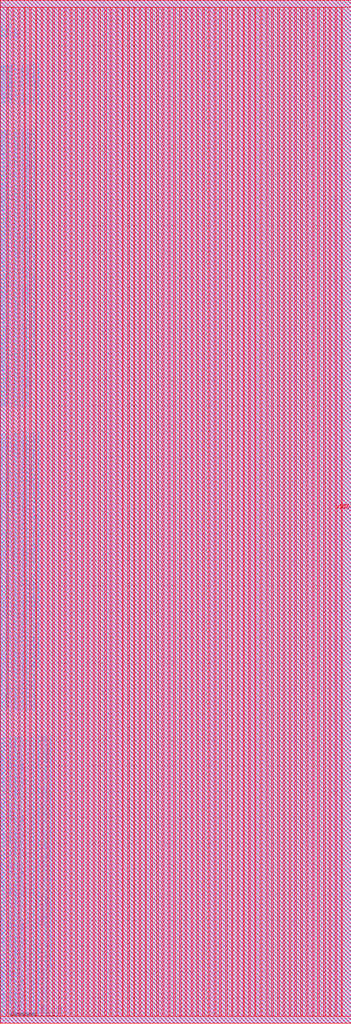
<source format=lef>
VERSION 5.7 ;
BUSBITCHARS "[]" ;
MACRO fakeram45_512x64
  FOREIGN fakeram45_512x64 0 0 ;
  SYMMETRY X Y R90 ;
  SIZE 68.210 BY 198.800 ;
  CLASS BLOCK ;
  PIN w_mask_in[0]
    DIRECTION INPUT ;
    USE SIGNAL ;
    SHAPE ABUTMENT ;
    PORT
      LAYER metal3 ;
      RECT 0.000 1.365 0.070 1.435 ;
    END
  END w_mask_in[0]
  PIN w_mask_in[1]
    DIRECTION INPUT ;
    USE SIGNAL ;
    SHAPE ABUTMENT ;
    PORT
      LAYER metal3 ;
      RECT 0.000 2.205 0.070 2.275 ;
    END
  END w_mask_in[1]
  PIN w_mask_in[2]
    DIRECTION INPUT ;
    USE SIGNAL ;
    SHAPE ABUTMENT ;
    PORT
      LAYER metal3 ;
      RECT 0.000 3.045 0.070 3.115 ;
    END
  END w_mask_in[2]
  PIN w_mask_in[3]
    DIRECTION INPUT ;
    USE SIGNAL ;
    SHAPE ABUTMENT ;
    PORT
      LAYER metal3 ;
      RECT 0.000 3.885 0.070 3.955 ;
    END
  END w_mask_in[3]
  PIN w_mask_in[4]
    DIRECTION INPUT ;
    USE SIGNAL ;
    SHAPE ABUTMENT ;
    PORT
      LAYER metal3 ;
      RECT 0.000 4.725 0.070 4.795 ;
    END
  END w_mask_in[4]
  PIN w_mask_in[5]
    DIRECTION INPUT ;
    USE SIGNAL ;
    SHAPE ABUTMENT ;
    PORT
      LAYER metal3 ;
      RECT 0.000 5.565 0.070 5.635 ;
    END
  END w_mask_in[5]
  PIN w_mask_in[6]
    DIRECTION INPUT ;
    USE SIGNAL ;
    SHAPE ABUTMENT ;
    PORT
      LAYER metal3 ;
      RECT 0.000 6.405 0.070 6.475 ;
    END
  END w_mask_in[6]
  PIN w_mask_in[7]
    DIRECTION INPUT ;
    USE SIGNAL ;
    SHAPE ABUTMENT ;
    PORT
      LAYER metal3 ;
      RECT 0.000 7.245 0.070 7.315 ;
    END
  END w_mask_in[7]
  PIN w_mask_in[8]
    DIRECTION INPUT ;
    USE SIGNAL ;
    SHAPE ABUTMENT ;
    PORT
      LAYER metal3 ;
      RECT 0.000 8.085 0.070 8.155 ;
    END
  END w_mask_in[8]
  PIN w_mask_in[9]
    DIRECTION INPUT ;
    USE SIGNAL ;
    SHAPE ABUTMENT ;
    PORT
      LAYER metal3 ;
      RECT 0.000 8.925 0.070 8.995 ;
    END
  END w_mask_in[9]
  PIN w_mask_in[10]
    DIRECTION INPUT ;
    USE SIGNAL ;
    SHAPE ABUTMENT ;
    PORT
      LAYER metal3 ;
      RECT 0.000 9.765 0.070 9.835 ;
    END
  END w_mask_in[10]
  PIN w_mask_in[11]
    DIRECTION INPUT ;
    USE SIGNAL ;
    SHAPE ABUTMENT ;
    PORT
      LAYER metal3 ;
      RECT 0.000 10.605 0.070 10.675 ;
    END
  END w_mask_in[11]
  PIN w_mask_in[12]
    DIRECTION INPUT ;
    USE SIGNAL ;
    SHAPE ABUTMENT ;
    PORT
      LAYER metal3 ;
      RECT 0.000 11.445 0.070 11.515 ;
    END
  END w_mask_in[12]
  PIN w_mask_in[13]
    DIRECTION INPUT ;
    USE SIGNAL ;
    SHAPE ABUTMENT ;
    PORT
      LAYER metal3 ;
      RECT 0.000 12.285 0.070 12.355 ;
    END
  END w_mask_in[13]
  PIN w_mask_in[14]
    DIRECTION INPUT ;
    USE SIGNAL ;
    SHAPE ABUTMENT ;
    PORT
      LAYER metal3 ;
      RECT 0.000 13.125 0.070 13.195 ;
    END
  END w_mask_in[14]
  PIN w_mask_in[15]
    DIRECTION INPUT ;
    USE SIGNAL ;
    SHAPE ABUTMENT ;
    PORT
      LAYER metal3 ;
      RECT 0.000 13.965 0.070 14.035 ;
    END
  END w_mask_in[15]
  PIN w_mask_in[16]
    DIRECTION INPUT ;
    USE SIGNAL ;
    SHAPE ABUTMENT ;
    PORT
      LAYER metal3 ;
      RECT 0.000 14.805 0.070 14.875 ;
    END
  END w_mask_in[16]
  PIN w_mask_in[17]
    DIRECTION INPUT ;
    USE SIGNAL ;
    SHAPE ABUTMENT ;
    PORT
      LAYER metal3 ;
      RECT 0.000 15.645 0.070 15.715 ;
    END
  END w_mask_in[17]
  PIN w_mask_in[18]
    DIRECTION INPUT ;
    USE SIGNAL ;
    SHAPE ABUTMENT ;
    PORT
      LAYER metal3 ;
      RECT 0.000 16.485 0.070 16.555 ;
    END
  END w_mask_in[18]
  PIN w_mask_in[19]
    DIRECTION INPUT ;
    USE SIGNAL ;
    SHAPE ABUTMENT ;
    PORT
      LAYER metal3 ;
      RECT 0.000 17.325 0.070 17.395 ;
    END
  END w_mask_in[19]
  PIN w_mask_in[20]
    DIRECTION INPUT ;
    USE SIGNAL ;
    SHAPE ABUTMENT ;
    PORT
      LAYER metal3 ;
      RECT 0.000 18.165 0.070 18.235 ;
    END
  END w_mask_in[20]
  PIN w_mask_in[21]
    DIRECTION INPUT ;
    USE SIGNAL ;
    SHAPE ABUTMENT ;
    PORT
      LAYER metal3 ;
      RECT 0.000 19.005 0.070 19.075 ;
    END
  END w_mask_in[21]
  PIN w_mask_in[22]
    DIRECTION INPUT ;
    USE SIGNAL ;
    SHAPE ABUTMENT ;
    PORT
      LAYER metal3 ;
      RECT 0.000 19.845 0.070 19.915 ;
    END
  END w_mask_in[22]
  PIN w_mask_in[23]
    DIRECTION INPUT ;
    USE SIGNAL ;
    SHAPE ABUTMENT ;
    PORT
      LAYER metal3 ;
      RECT 0.000 20.685 0.070 20.755 ;
    END
  END w_mask_in[23]
  PIN w_mask_in[24]
    DIRECTION INPUT ;
    USE SIGNAL ;
    SHAPE ABUTMENT ;
    PORT
      LAYER metal3 ;
      RECT 0.000 21.525 0.070 21.595 ;
    END
  END w_mask_in[24]
  PIN w_mask_in[25]
    DIRECTION INPUT ;
    USE SIGNAL ;
    SHAPE ABUTMENT ;
    PORT
      LAYER metal3 ;
      RECT 0.000 22.365 0.070 22.435 ;
    END
  END w_mask_in[25]
  PIN w_mask_in[26]
    DIRECTION INPUT ;
    USE SIGNAL ;
    SHAPE ABUTMENT ;
    PORT
      LAYER metal3 ;
      RECT 0.000 23.205 0.070 23.275 ;
    END
  END w_mask_in[26]
  PIN w_mask_in[27]
    DIRECTION INPUT ;
    USE SIGNAL ;
    SHAPE ABUTMENT ;
    PORT
      LAYER metal3 ;
      RECT 0.000 24.045 0.070 24.115 ;
    END
  END w_mask_in[27]
  PIN w_mask_in[28]
    DIRECTION INPUT ;
    USE SIGNAL ;
    SHAPE ABUTMENT ;
    PORT
      LAYER metal3 ;
      RECT 0.000 24.885 0.070 24.955 ;
    END
  END w_mask_in[28]
  PIN w_mask_in[29]
    DIRECTION INPUT ;
    USE SIGNAL ;
    SHAPE ABUTMENT ;
    PORT
      LAYER metal3 ;
      RECT 0.000 25.725 0.070 25.795 ;
    END
  END w_mask_in[29]
  PIN w_mask_in[30]
    DIRECTION INPUT ;
    USE SIGNAL ;
    SHAPE ABUTMENT ;
    PORT
      LAYER metal3 ;
      RECT 0.000 26.565 0.070 26.635 ;
    END
  END w_mask_in[30]
  PIN w_mask_in[31]
    DIRECTION INPUT ;
    USE SIGNAL ;
    SHAPE ABUTMENT ;
    PORT
      LAYER metal3 ;
      RECT 0.000 27.405 0.070 27.475 ;
    END
  END w_mask_in[31]
  PIN w_mask_in[32]
    DIRECTION INPUT ;
    USE SIGNAL ;
    SHAPE ABUTMENT ;
    PORT
      LAYER metal3 ;
      RECT 0.000 28.245 0.070 28.315 ;
    END
  END w_mask_in[32]
  PIN w_mask_in[33]
    DIRECTION INPUT ;
    USE SIGNAL ;
    SHAPE ABUTMENT ;
    PORT
      LAYER metal3 ;
      RECT 0.000 29.085 0.070 29.155 ;
    END
  END w_mask_in[33]
  PIN w_mask_in[34]
    DIRECTION INPUT ;
    USE SIGNAL ;
    SHAPE ABUTMENT ;
    PORT
      LAYER metal3 ;
      RECT 0.000 29.925 0.070 29.995 ;
    END
  END w_mask_in[34]
  PIN w_mask_in[35]
    DIRECTION INPUT ;
    USE SIGNAL ;
    SHAPE ABUTMENT ;
    PORT
      LAYER metal3 ;
      RECT 0.000 30.765 0.070 30.835 ;
    END
  END w_mask_in[35]
  PIN w_mask_in[36]
    DIRECTION INPUT ;
    USE SIGNAL ;
    SHAPE ABUTMENT ;
    PORT
      LAYER metal3 ;
      RECT 0.000 31.605 0.070 31.675 ;
    END
  END w_mask_in[36]
  PIN w_mask_in[37]
    DIRECTION INPUT ;
    USE SIGNAL ;
    SHAPE ABUTMENT ;
    PORT
      LAYER metal3 ;
      RECT 0.000 32.445 0.070 32.515 ;
    END
  END w_mask_in[37]
  PIN w_mask_in[38]
    DIRECTION INPUT ;
    USE SIGNAL ;
    SHAPE ABUTMENT ;
    PORT
      LAYER metal3 ;
      RECT 0.000 33.285 0.070 33.355 ;
    END
  END w_mask_in[38]
  PIN w_mask_in[39]
    DIRECTION INPUT ;
    USE SIGNAL ;
    SHAPE ABUTMENT ;
    PORT
      LAYER metal3 ;
      RECT 0.000 34.125 0.070 34.195 ;
    END
  END w_mask_in[39]
  PIN w_mask_in[40]
    DIRECTION INPUT ;
    USE SIGNAL ;
    SHAPE ABUTMENT ;
    PORT
      LAYER metal3 ;
      RECT 0.000 34.965 0.070 35.035 ;
    END
  END w_mask_in[40]
  PIN w_mask_in[41]
    DIRECTION INPUT ;
    USE SIGNAL ;
    SHAPE ABUTMENT ;
    PORT
      LAYER metal3 ;
      RECT 0.000 35.805 0.070 35.875 ;
    END
  END w_mask_in[41]
  PIN w_mask_in[42]
    DIRECTION INPUT ;
    USE SIGNAL ;
    SHAPE ABUTMENT ;
    PORT
      LAYER metal3 ;
      RECT 0.000 36.645 0.070 36.715 ;
    END
  END w_mask_in[42]
  PIN w_mask_in[43]
    DIRECTION INPUT ;
    USE SIGNAL ;
    SHAPE ABUTMENT ;
    PORT
      LAYER metal3 ;
      RECT 0.000 37.485 0.070 37.555 ;
    END
  END w_mask_in[43]
  PIN w_mask_in[44]
    DIRECTION INPUT ;
    USE SIGNAL ;
    SHAPE ABUTMENT ;
    PORT
      LAYER metal3 ;
      RECT 0.000 38.325 0.070 38.395 ;
    END
  END w_mask_in[44]
  PIN w_mask_in[45]
    DIRECTION INPUT ;
    USE SIGNAL ;
    SHAPE ABUTMENT ;
    PORT
      LAYER metal3 ;
      RECT 0.000 39.165 0.070 39.235 ;
    END
  END w_mask_in[45]
  PIN w_mask_in[46]
    DIRECTION INPUT ;
    USE SIGNAL ;
    SHAPE ABUTMENT ;
    PORT
      LAYER metal3 ;
      RECT 0.000 40.005 0.070 40.075 ;
    END
  END w_mask_in[46]
  PIN w_mask_in[47]
    DIRECTION INPUT ;
    USE SIGNAL ;
    SHAPE ABUTMENT ;
    PORT
      LAYER metal3 ;
      RECT 0.000 40.845 0.070 40.915 ;
    END
  END w_mask_in[47]
  PIN w_mask_in[48]
    DIRECTION INPUT ;
    USE SIGNAL ;
    SHAPE ABUTMENT ;
    PORT
      LAYER metal3 ;
      RECT 0.000 41.685 0.070 41.755 ;
    END
  END w_mask_in[48]
  PIN w_mask_in[49]
    DIRECTION INPUT ;
    USE SIGNAL ;
    SHAPE ABUTMENT ;
    PORT
      LAYER metal3 ;
      RECT 0.000 42.525 0.070 42.595 ;
    END
  END w_mask_in[49]
  PIN w_mask_in[50]
    DIRECTION INPUT ;
    USE SIGNAL ;
    SHAPE ABUTMENT ;
    PORT
      LAYER metal3 ;
      RECT 0.000 43.365 0.070 43.435 ;
    END
  END w_mask_in[50]
  PIN w_mask_in[51]
    DIRECTION INPUT ;
    USE SIGNAL ;
    SHAPE ABUTMENT ;
    PORT
      LAYER metal3 ;
      RECT 0.000 44.205 0.070 44.275 ;
    END
  END w_mask_in[51]
  PIN w_mask_in[52]
    DIRECTION INPUT ;
    USE SIGNAL ;
    SHAPE ABUTMENT ;
    PORT
      LAYER metal3 ;
      RECT 0.000 45.045 0.070 45.115 ;
    END
  END w_mask_in[52]
  PIN w_mask_in[53]
    DIRECTION INPUT ;
    USE SIGNAL ;
    SHAPE ABUTMENT ;
    PORT
      LAYER metal3 ;
      RECT 0.000 45.885 0.070 45.955 ;
    END
  END w_mask_in[53]
  PIN w_mask_in[54]
    DIRECTION INPUT ;
    USE SIGNAL ;
    SHAPE ABUTMENT ;
    PORT
      LAYER metal3 ;
      RECT 0.000 46.725 0.070 46.795 ;
    END
  END w_mask_in[54]
  PIN w_mask_in[55]
    DIRECTION INPUT ;
    USE SIGNAL ;
    SHAPE ABUTMENT ;
    PORT
      LAYER metal3 ;
      RECT 0.000 47.565 0.070 47.635 ;
    END
  END w_mask_in[55]
  PIN w_mask_in[56]
    DIRECTION INPUT ;
    USE SIGNAL ;
    SHAPE ABUTMENT ;
    PORT
      LAYER metal3 ;
      RECT 0.000 48.405 0.070 48.475 ;
    END
  END w_mask_in[56]
  PIN w_mask_in[57]
    DIRECTION INPUT ;
    USE SIGNAL ;
    SHAPE ABUTMENT ;
    PORT
      LAYER metal3 ;
      RECT 0.000 49.245 0.070 49.315 ;
    END
  END w_mask_in[57]
  PIN w_mask_in[58]
    DIRECTION INPUT ;
    USE SIGNAL ;
    SHAPE ABUTMENT ;
    PORT
      LAYER metal3 ;
      RECT 0.000 50.085 0.070 50.155 ;
    END
  END w_mask_in[58]
  PIN w_mask_in[59]
    DIRECTION INPUT ;
    USE SIGNAL ;
    SHAPE ABUTMENT ;
    PORT
      LAYER metal3 ;
      RECT 0.000 50.925 0.070 50.995 ;
    END
  END w_mask_in[59]
  PIN w_mask_in[60]
    DIRECTION INPUT ;
    USE SIGNAL ;
    SHAPE ABUTMENT ;
    PORT
      LAYER metal3 ;
      RECT 0.000 51.765 0.070 51.835 ;
    END
  END w_mask_in[60]
  PIN w_mask_in[61]
    DIRECTION INPUT ;
    USE SIGNAL ;
    SHAPE ABUTMENT ;
    PORT
      LAYER metal3 ;
      RECT 0.000 52.605 0.070 52.675 ;
    END
  END w_mask_in[61]
  PIN w_mask_in[62]
    DIRECTION INPUT ;
    USE SIGNAL ;
    SHAPE ABUTMENT ;
    PORT
      LAYER metal3 ;
      RECT 0.000 53.445 0.070 53.515 ;
    END
  END w_mask_in[62]
  PIN w_mask_in[63]
    DIRECTION INPUT ;
    USE SIGNAL ;
    SHAPE ABUTMENT ;
    PORT
      LAYER metal3 ;
      RECT 0.000 54.285 0.070 54.355 ;
    END
  END w_mask_in[63]
  PIN rd_out[0]
    DIRECTION OUTPUT ;
    USE SIGNAL ;
    SHAPE ABUTMENT ;
    PORT
      LAYER metal3 ;
      RECT 0.000 60.305 0.070 60.375 ;
    END
  END rd_out[0]
  PIN rd_out[1]
    DIRECTION OUTPUT ;
    USE SIGNAL ;
    SHAPE ABUTMENT ;
    PORT
      LAYER metal3 ;
      RECT 0.000 61.145 0.070 61.215 ;
    END
  END rd_out[1]
  PIN rd_out[2]
    DIRECTION OUTPUT ;
    USE SIGNAL ;
    SHAPE ABUTMENT ;
    PORT
      LAYER metal3 ;
      RECT 0.000 61.985 0.070 62.055 ;
    END
  END rd_out[2]
  PIN rd_out[3]
    DIRECTION OUTPUT ;
    USE SIGNAL ;
    SHAPE ABUTMENT ;
    PORT
      LAYER metal3 ;
      RECT 0.000 62.825 0.070 62.895 ;
    END
  END rd_out[3]
  PIN rd_out[4]
    DIRECTION OUTPUT ;
    USE SIGNAL ;
    SHAPE ABUTMENT ;
    PORT
      LAYER metal3 ;
      RECT 0.000 63.665 0.070 63.735 ;
    END
  END rd_out[4]
  PIN rd_out[5]
    DIRECTION OUTPUT ;
    USE SIGNAL ;
    SHAPE ABUTMENT ;
    PORT
      LAYER metal3 ;
      RECT 0.000 64.505 0.070 64.575 ;
    END
  END rd_out[5]
  PIN rd_out[6]
    DIRECTION OUTPUT ;
    USE SIGNAL ;
    SHAPE ABUTMENT ;
    PORT
      LAYER metal3 ;
      RECT 0.000 65.345 0.070 65.415 ;
    END
  END rd_out[6]
  PIN rd_out[7]
    DIRECTION OUTPUT ;
    USE SIGNAL ;
    SHAPE ABUTMENT ;
    PORT
      LAYER metal3 ;
      RECT 0.000 66.185 0.070 66.255 ;
    END
  END rd_out[7]
  PIN rd_out[8]
    DIRECTION OUTPUT ;
    USE SIGNAL ;
    SHAPE ABUTMENT ;
    PORT
      LAYER metal3 ;
      RECT 0.000 67.025 0.070 67.095 ;
    END
  END rd_out[8]
  PIN rd_out[9]
    DIRECTION OUTPUT ;
    USE SIGNAL ;
    SHAPE ABUTMENT ;
    PORT
      LAYER metal3 ;
      RECT 0.000 67.865 0.070 67.935 ;
    END
  END rd_out[9]
  PIN rd_out[10]
    DIRECTION OUTPUT ;
    USE SIGNAL ;
    SHAPE ABUTMENT ;
    PORT
      LAYER metal3 ;
      RECT 0.000 68.705 0.070 68.775 ;
    END
  END rd_out[10]
  PIN rd_out[11]
    DIRECTION OUTPUT ;
    USE SIGNAL ;
    SHAPE ABUTMENT ;
    PORT
      LAYER metal3 ;
      RECT 0.000 69.545 0.070 69.615 ;
    END
  END rd_out[11]
  PIN rd_out[12]
    DIRECTION OUTPUT ;
    USE SIGNAL ;
    SHAPE ABUTMENT ;
    PORT
      LAYER metal3 ;
      RECT 0.000 70.385 0.070 70.455 ;
    END
  END rd_out[12]
  PIN rd_out[13]
    DIRECTION OUTPUT ;
    USE SIGNAL ;
    SHAPE ABUTMENT ;
    PORT
      LAYER metal3 ;
      RECT 0.000 71.225 0.070 71.295 ;
    END
  END rd_out[13]
  PIN rd_out[14]
    DIRECTION OUTPUT ;
    USE SIGNAL ;
    SHAPE ABUTMENT ;
    PORT
      LAYER metal3 ;
      RECT 0.000 72.065 0.070 72.135 ;
    END
  END rd_out[14]
  PIN rd_out[15]
    DIRECTION OUTPUT ;
    USE SIGNAL ;
    SHAPE ABUTMENT ;
    PORT
      LAYER metal3 ;
      RECT 0.000 72.905 0.070 72.975 ;
    END
  END rd_out[15]
  PIN rd_out[16]
    DIRECTION OUTPUT ;
    USE SIGNAL ;
    SHAPE ABUTMENT ;
    PORT
      LAYER metal3 ;
      RECT 0.000 73.745 0.070 73.815 ;
    END
  END rd_out[16]
  PIN rd_out[17]
    DIRECTION OUTPUT ;
    USE SIGNAL ;
    SHAPE ABUTMENT ;
    PORT
      LAYER metal3 ;
      RECT 0.000 74.585 0.070 74.655 ;
    END
  END rd_out[17]
  PIN rd_out[18]
    DIRECTION OUTPUT ;
    USE SIGNAL ;
    SHAPE ABUTMENT ;
    PORT
      LAYER metal3 ;
      RECT 0.000 75.425 0.070 75.495 ;
    END
  END rd_out[18]
  PIN rd_out[19]
    DIRECTION OUTPUT ;
    USE SIGNAL ;
    SHAPE ABUTMENT ;
    PORT
      LAYER metal3 ;
      RECT 0.000 76.265 0.070 76.335 ;
    END
  END rd_out[19]
  PIN rd_out[20]
    DIRECTION OUTPUT ;
    USE SIGNAL ;
    SHAPE ABUTMENT ;
    PORT
      LAYER metal3 ;
      RECT 0.000 77.105 0.070 77.175 ;
    END
  END rd_out[20]
  PIN rd_out[21]
    DIRECTION OUTPUT ;
    USE SIGNAL ;
    SHAPE ABUTMENT ;
    PORT
      LAYER metal3 ;
      RECT 0.000 77.945 0.070 78.015 ;
    END
  END rd_out[21]
  PIN rd_out[22]
    DIRECTION OUTPUT ;
    USE SIGNAL ;
    SHAPE ABUTMENT ;
    PORT
      LAYER metal3 ;
      RECT 0.000 78.785 0.070 78.855 ;
    END
  END rd_out[22]
  PIN rd_out[23]
    DIRECTION OUTPUT ;
    USE SIGNAL ;
    SHAPE ABUTMENT ;
    PORT
      LAYER metal3 ;
      RECT 0.000 79.625 0.070 79.695 ;
    END
  END rd_out[23]
  PIN rd_out[24]
    DIRECTION OUTPUT ;
    USE SIGNAL ;
    SHAPE ABUTMENT ;
    PORT
      LAYER metal3 ;
      RECT 0.000 80.465 0.070 80.535 ;
    END
  END rd_out[24]
  PIN rd_out[25]
    DIRECTION OUTPUT ;
    USE SIGNAL ;
    SHAPE ABUTMENT ;
    PORT
      LAYER metal3 ;
      RECT 0.000 81.305 0.070 81.375 ;
    END
  END rd_out[25]
  PIN rd_out[26]
    DIRECTION OUTPUT ;
    USE SIGNAL ;
    SHAPE ABUTMENT ;
    PORT
      LAYER metal3 ;
      RECT 0.000 82.145 0.070 82.215 ;
    END
  END rd_out[26]
  PIN rd_out[27]
    DIRECTION OUTPUT ;
    USE SIGNAL ;
    SHAPE ABUTMENT ;
    PORT
      LAYER metal3 ;
      RECT 0.000 82.985 0.070 83.055 ;
    END
  END rd_out[27]
  PIN rd_out[28]
    DIRECTION OUTPUT ;
    USE SIGNAL ;
    SHAPE ABUTMENT ;
    PORT
      LAYER metal3 ;
      RECT 0.000 83.825 0.070 83.895 ;
    END
  END rd_out[28]
  PIN rd_out[29]
    DIRECTION OUTPUT ;
    USE SIGNAL ;
    SHAPE ABUTMENT ;
    PORT
      LAYER metal3 ;
      RECT 0.000 84.665 0.070 84.735 ;
    END
  END rd_out[29]
  PIN rd_out[30]
    DIRECTION OUTPUT ;
    USE SIGNAL ;
    SHAPE ABUTMENT ;
    PORT
      LAYER metal3 ;
      RECT 0.000 85.505 0.070 85.575 ;
    END
  END rd_out[30]
  PIN rd_out[31]
    DIRECTION OUTPUT ;
    USE SIGNAL ;
    SHAPE ABUTMENT ;
    PORT
      LAYER metal3 ;
      RECT 0.000 86.345 0.070 86.415 ;
    END
  END rd_out[31]
  PIN rd_out[32]
    DIRECTION OUTPUT ;
    USE SIGNAL ;
    SHAPE ABUTMENT ;
    PORT
      LAYER metal3 ;
      RECT 0.000 87.185 0.070 87.255 ;
    END
  END rd_out[32]
  PIN rd_out[33]
    DIRECTION OUTPUT ;
    USE SIGNAL ;
    SHAPE ABUTMENT ;
    PORT
      LAYER metal3 ;
      RECT 0.000 88.025 0.070 88.095 ;
    END
  END rd_out[33]
  PIN rd_out[34]
    DIRECTION OUTPUT ;
    USE SIGNAL ;
    SHAPE ABUTMENT ;
    PORT
      LAYER metal3 ;
      RECT 0.000 88.865 0.070 88.935 ;
    END
  END rd_out[34]
  PIN rd_out[35]
    DIRECTION OUTPUT ;
    USE SIGNAL ;
    SHAPE ABUTMENT ;
    PORT
      LAYER metal3 ;
      RECT 0.000 89.705 0.070 89.775 ;
    END
  END rd_out[35]
  PIN rd_out[36]
    DIRECTION OUTPUT ;
    USE SIGNAL ;
    SHAPE ABUTMENT ;
    PORT
      LAYER metal3 ;
      RECT 0.000 90.545 0.070 90.615 ;
    END
  END rd_out[36]
  PIN rd_out[37]
    DIRECTION OUTPUT ;
    USE SIGNAL ;
    SHAPE ABUTMENT ;
    PORT
      LAYER metal3 ;
      RECT 0.000 91.385 0.070 91.455 ;
    END
  END rd_out[37]
  PIN rd_out[38]
    DIRECTION OUTPUT ;
    USE SIGNAL ;
    SHAPE ABUTMENT ;
    PORT
      LAYER metal3 ;
      RECT 0.000 92.225 0.070 92.295 ;
    END
  END rd_out[38]
  PIN rd_out[39]
    DIRECTION OUTPUT ;
    USE SIGNAL ;
    SHAPE ABUTMENT ;
    PORT
      LAYER metal3 ;
      RECT 0.000 93.065 0.070 93.135 ;
    END
  END rd_out[39]
  PIN rd_out[40]
    DIRECTION OUTPUT ;
    USE SIGNAL ;
    SHAPE ABUTMENT ;
    PORT
      LAYER metal3 ;
      RECT 0.000 93.905 0.070 93.975 ;
    END
  END rd_out[40]
  PIN rd_out[41]
    DIRECTION OUTPUT ;
    USE SIGNAL ;
    SHAPE ABUTMENT ;
    PORT
      LAYER metal3 ;
      RECT 0.000 94.745 0.070 94.815 ;
    END
  END rd_out[41]
  PIN rd_out[42]
    DIRECTION OUTPUT ;
    USE SIGNAL ;
    SHAPE ABUTMENT ;
    PORT
      LAYER metal3 ;
      RECT 0.000 95.585 0.070 95.655 ;
    END
  END rd_out[42]
  PIN rd_out[43]
    DIRECTION OUTPUT ;
    USE SIGNAL ;
    SHAPE ABUTMENT ;
    PORT
      LAYER metal3 ;
      RECT 0.000 96.425 0.070 96.495 ;
    END
  END rd_out[43]
  PIN rd_out[44]
    DIRECTION OUTPUT ;
    USE SIGNAL ;
    SHAPE ABUTMENT ;
    PORT
      LAYER metal3 ;
      RECT 0.000 97.265 0.070 97.335 ;
    END
  END rd_out[44]
  PIN rd_out[45]
    DIRECTION OUTPUT ;
    USE SIGNAL ;
    SHAPE ABUTMENT ;
    PORT
      LAYER metal3 ;
      RECT 0.000 98.105 0.070 98.175 ;
    END
  END rd_out[45]
  PIN rd_out[46]
    DIRECTION OUTPUT ;
    USE SIGNAL ;
    SHAPE ABUTMENT ;
    PORT
      LAYER metal3 ;
      RECT 0.000 98.945 0.070 99.015 ;
    END
  END rd_out[46]
  PIN rd_out[47]
    DIRECTION OUTPUT ;
    USE SIGNAL ;
    SHAPE ABUTMENT ;
    PORT
      LAYER metal3 ;
      RECT 0.000 99.785 0.070 99.855 ;
    END
  END rd_out[47]
  PIN rd_out[48]
    DIRECTION OUTPUT ;
    USE SIGNAL ;
    SHAPE ABUTMENT ;
    PORT
      LAYER metal3 ;
      RECT 0.000 100.625 0.070 100.695 ;
    END
  END rd_out[48]
  PIN rd_out[49]
    DIRECTION OUTPUT ;
    USE SIGNAL ;
    SHAPE ABUTMENT ;
    PORT
      LAYER metal3 ;
      RECT 0.000 101.465 0.070 101.535 ;
    END
  END rd_out[49]
  PIN rd_out[50]
    DIRECTION OUTPUT ;
    USE SIGNAL ;
    SHAPE ABUTMENT ;
    PORT
      LAYER metal3 ;
      RECT 0.000 102.305 0.070 102.375 ;
    END
  END rd_out[50]
  PIN rd_out[51]
    DIRECTION OUTPUT ;
    USE SIGNAL ;
    SHAPE ABUTMENT ;
    PORT
      LAYER metal3 ;
      RECT 0.000 103.145 0.070 103.215 ;
    END
  END rd_out[51]
  PIN rd_out[52]
    DIRECTION OUTPUT ;
    USE SIGNAL ;
    SHAPE ABUTMENT ;
    PORT
      LAYER metal3 ;
      RECT 0.000 103.985 0.070 104.055 ;
    END
  END rd_out[52]
  PIN rd_out[53]
    DIRECTION OUTPUT ;
    USE SIGNAL ;
    SHAPE ABUTMENT ;
    PORT
      LAYER metal3 ;
      RECT 0.000 104.825 0.070 104.895 ;
    END
  END rd_out[53]
  PIN rd_out[54]
    DIRECTION OUTPUT ;
    USE SIGNAL ;
    SHAPE ABUTMENT ;
    PORT
      LAYER metal3 ;
      RECT 0.000 105.665 0.070 105.735 ;
    END
  END rd_out[54]
  PIN rd_out[55]
    DIRECTION OUTPUT ;
    USE SIGNAL ;
    SHAPE ABUTMENT ;
    PORT
      LAYER metal3 ;
      RECT 0.000 106.505 0.070 106.575 ;
    END
  END rd_out[55]
  PIN rd_out[56]
    DIRECTION OUTPUT ;
    USE SIGNAL ;
    SHAPE ABUTMENT ;
    PORT
      LAYER metal3 ;
      RECT 0.000 107.345 0.070 107.415 ;
    END
  END rd_out[56]
  PIN rd_out[57]
    DIRECTION OUTPUT ;
    USE SIGNAL ;
    SHAPE ABUTMENT ;
    PORT
      LAYER metal3 ;
      RECT 0.000 108.185 0.070 108.255 ;
    END
  END rd_out[57]
  PIN rd_out[58]
    DIRECTION OUTPUT ;
    USE SIGNAL ;
    SHAPE ABUTMENT ;
    PORT
      LAYER metal3 ;
      RECT 0.000 109.025 0.070 109.095 ;
    END
  END rd_out[58]
  PIN rd_out[59]
    DIRECTION OUTPUT ;
    USE SIGNAL ;
    SHAPE ABUTMENT ;
    PORT
      LAYER metal3 ;
      RECT 0.000 109.865 0.070 109.935 ;
    END
  END rd_out[59]
  PIN rd_out[60]
    DIRECTION OUTPUT ;
    USE SIGNAL ;
    SHAPE ABUTMENT ;
    PORT
      LAYER metal3 ;
      RECT 0.000 110.705 0.070 110.775 ;
    END
  END rd_out[60]
  PIN rd_out[61]
    DIRECTION OUTPUT ;
    USE SIGNAL ;
    SHAPE ABUTMENT ;
    PORT
      LAYER metal3 ;
      RECT 0.000 111.545 0.070 111.615 ;
    END
  END rd_out[61]
  PIN rd_out[62]
    DIRECTION OUTPUT ;
    USE SIGNAL ;
    SHAPE ABUTMENT ;
    PORT
      LAYER metal3 ;
      RECT 0.000 112.385 0.070 112.455 ;
    END
  END rd_out[62]
  PIN rd_out[63]
    DIRECTION OUTPUT ;
    USE SIGNAL ;
    SHAPE ABUTMENT ;
    PORT
      LAYER metal3 ;
      RECT 0.000 113.225 0.070 113.295 ;
    END
  END rd_out[63]
  PIN wd_in[0]
    DIRECTION INPUT ;
    USE SIGNAL ;
    SHAPE ABUTMENT ;
    PORT
      LAYER metal3 ;
      RECT 0.000 119.245 0.070 119.315 ;
    END
  END wd_in[0]
  PIN wd_in[1]
    DIRECTION INPUT ;
    USE SIGNAL ;
    SHAPE ABUTMENT ;
    PORT
      LAYER metal3 ;
      RECT 0.000 120.085 0.070 120.155 ;
    END
  END wd_in[1]
  PIN wd_in[2]
    DIRECTION INPUT ;
    USE SIGNAL ;
    SHAPE ABUTMENT ;
    PORT
      LAYER metal3 ;
      RECT 0.000 120.925 0.070 120.995 ;
    END
  END wd_in[2]
  PIN wd_in[3]
    DIRECTION INPUT ;
    USE SIGNAL ;
    SHAPE ABUTMENT ;
    PORT
      LAYER metal3 ;
      RECT 0.000 121.765 0.070 121.835 ;
    END
  END wd_in[3]
  PIN wd_in[4]
    DIRECTION INPUT ;
    USE SIGNAL ;
    SHAPE ABUTMENT ;
    PORT
      LAYER metal3 ;
      RECT 0.000 122.605 0.070 122.675 ;
    END
  END wd_in[4]
  PIN wd_in[5]
    DIRECTION INPUT ;
    USE SIGNAL ;
    SHAPE ABUTMENT ;
    PORT
      LAYER metal3 ;
      RECT 0.000 123.445 0.070 123.515 ;
    END
  END wd_in[5]
  PIN wd_in[6]
    DIRECTION INPUT ;
    USE SIGNAL ;
    SHAPE ABUTMENT ;
    PORT
      LAYER metal3 ;
      RECT 0.000 124.285 0.070 124.355 ;
    END
  END wd_in[6]
  PIN wd_in[7]
    DIRECTION INPUT ;
    USE SIGNAL ;
    SHAPE ABUTMENT ;
    PORT
      LAYER metal3 ;
      RECT 0.000 125.125 0.070 125.195 ;
    END
  END wd_in[7]
  PIN wd_in[8]
    DIRECTION INPUT ;
    USE SIGNAL ;
    SHAPE ABUTMENT ;
    PORT
      LAYER metal3 ;
      RECT 0.000 125.965 0.070 126.035 ;
    END
  END wd_in[8]
  PIN wd_in[9]
    DIRECTION INPUT ;
    USE SIGNAL ;
    SHAPE ABUTMENT ;
    PORT
      LAYER metal3 ;
      RECT 0.000 126.805 0.070 126.875 ;
    END
  END wd_in[9]
  PIN wd_in[10]
    DIRECTION INPUT ;
    USE SIGNAL ;
    SHAPE ABUTMENT ;
    PORT
      LAYER metal3 ;
      RECT 0.000 127.645 0.070 127.715 ;
    END
  END wd_in[10]
  PIN wd_in[11]
    DIRECTION INPUT ;
    USE SIGNAL ;
    SHAPE ABUTMENT ;
    PORT
      LAYER metal3 ;
      RECT 0.000 128.485 0.070 128.555 ;
    END
  END wd_in[11]
  PIN wd_in[12]
    DIRECTION INPUT ;
    USE SIGNAL ;
    SHAPE ABUTMENT ;
    PORT
      LAYER metal3 ;
      RECT 0.000 129.325 0.070 129.395 ;
    END
  END wd_in[12]
  PIN wd_in[13]
    DIRECTION INPUT ;
    USE SIGNAL ;
    SHAPE ABUTMENT ;
    PORT
      LAYER metal3 ;
      RECT 0.000 130.165 0.070 130.235 ;
    END
  END wd_in[13]
  PIN wd_in[14]
    DIRECTION INPUT ;
    USE SIGNAL ;
    SHAPE ABUTMENT ;
    PORT
      LAYER metal3 ;
      RECT 0.000 131.005 0.070 131.075 ;
    END
  END wd_in[14]
  PIN wd_in[15]
    DIRECTION INPUT ;
    USE SIGNAL ;
    SHAPE ABUTMENT ;
    PORT
      LAYER metal3 ;
      RECT 0.000 131.845 0.070 131.915 ;
    END
  END wd_in[15]
  PIN wd_in[16]
    DIRECTION INPUT ;
    USE SIGNAL ;
    SHAPE ABUTMENT ;
    PORT
      LAYER metal3 ;
      RECT 0.000 132.685 0.070 132.755 ;
    END
  END wd_in[16]
  PIN wd_in[17]
    DIRECTION INPUT ;
    USE SIGNAL ;
    SHAPE ABUTMENT ;
    PORT
      LAYER metal3 ;
      RECT 0.000 133.525 0.070 133.595 ;
    END
  END wd_in[17]
  PIN wd_in[18]
    DIRECTION INPUT ;
    USE SIGNAL ;
    SHAPE ABUTMENT ;
    PORT
      LAYER metal3 ;
      RECT 0.000 134.365 0.070 134.435 ;
    END
  END wd_in[18]
  PIN wd_in[19]
    DIRECTION INPUT ;
    USE SIGNAL ;
    SHAPE ABUTMENT ;
    PORT
      LAYER metal3 ;
      RECT 0.000 135.205 0.070 135.275 ;
    END
  END wd_in[19]
  PIN wd_in[20]
    DIRECTION INPUT ;
    USE SIGNAL ;
    SHAPE ABUTMENT ;
    PORT
      LAYER metal3 ;
      RECT 0.000 136.045 0.070 136.115 ;
    END
  END wd_in[20]
  PIN wd_in[21]
    DIRECTION INPUT ;
    USE SIGNAL ;
    SHAPE ABUTMENT ;
    PORT
      LAYER metal3 ;
      RECT 0.000 136.885 0.070 136.955 ;
    END
  END wd_in[21]
  PIN wd_in[22]
    DIRECTION INPUT ;
    USE SIGNAL ;
    SHAPE ABUTMENT ;
    PORT
      LAYER metal3 ;
      RECT 0.000 137.725 0.070 137.795 ;
    END
  END wd_in[22]
  PIN wd_in[23]
    DIRECTION INPUT ;
    USE SIGNAL ;
    SHAPE ABUTMENT ;
    PORT
      LAYER metal3 ;
      RECT 0.000 138.565 0.070 138.635 ;
    END
  END wd_in[23]
  PIN wd_in[24]
    DIRECTION INPUT ;
    USE SIGNAL ;
    SHAPE ABUTMENT ;
    PORT
      LAYER metal3 ;
      RECT 0.000 139.405 0.070 139.475 ;
    END
  END wd_in[24]
  PIN wd_in[25]
    DIRECTION INPUT ;
    USE SIGNAL ;
    SHAPE ABUTMENT ;
    PORT
      LAYER metal3 ;
      RECT 0.000 140.245 0.070 140.315 ;
    END
  END wd_in[25]
  PIN wd_in[26]
    DIRECTION INPUT ;
    USE SIGNAL ;
    SHAPE ABUTMENT ;
    PORT
      LAYER metal3 ;
      RECT 0.000 141.085 0.070 141.155 ;
    END
  END wd_in[26]
  PIN wd_in[27]
    DIRECTION INPUT ;
    USE SIGNAL ;
    SHAPE ABUTMENT ;
    PORT
      LAYER metal3 ;
      RECT 0.000 141.925 0.070 141.995 ;
    END
  END wd_in[27]
  PIN wd_in[28]
    DIRECTION INPUT ;
    USE SIGNAL ;
    SHAPE ABUTMENT ;
    PORT
      LAYER metal3 ;
      RECT 0.000 142.765 0.070 142.835 ;
    END
  END wd_in[28]
  PIN wd_in[29]
    DIRECTION INPUT ;
    USE SIGNAL ;
    SHAPE ABUTMENT ;
    PORT
      LAYER metal3 ;
      RECT 0.000 143.605 0.070 143.675 ;
    END
  END wd_in[29]
  PIN wd_in[30]
    DIRECTION INPUT ;
    USE SIGNAL ;
    SHAPE ABUTMENT ;
    PORT
      LAYER metal3 ;
      RECT 0.000 144.445 0.070 144.515 ;
    END
  END wd_in[30]
  PIN wd_in[31]
    DIRECTION INPUT ;
    USE SIGNAL ;
    SHAPE ABUTMENT ;
    PORT
      LAYER metal3 ;
      RECT 0.000 145.285 0.070 145.355 ;
    END
  END wd_in[31]
  PIN wd_in[32]
    DIRECTION INPUT ;
    USE SIGNAL ;
    SHAPE ABUTMENT ;
    PORT
      LAYER metal3 ;
      RECT 0.000 146.125 0.070 146.195 ;
    END
  END wd_in[32]
  PIN wd_in[33]
    DIRECTION INPUT ;
    USE SIGNAL ;
    SHAPE ABUTMENT ;
    PORT
      LAYER metal3 ;
      RECT 0.000 146.965 0.070 147.035 ;
    END
  END wd_in[33]
  PIN wd_in[34]
    DIRECTION INPUT ;
    USE SIGNAL ;
    SHAPE ABUTMENT ;
    PORT
      LAYER metal3 ;
      RECT 0.000 147.805 0.070 147.875 ;
    END
  END wd_in[34]
  PIN wd_in[35]
    DIRECTION INPUT ;
    USE SIGNAL ;
    SHAPE ABUTMENT ;
    PORT
      LAYER metal3 ;
      RECT 0.000 148.645 0.070 148.715 ;
    END
  END wd_in[35]
  PIN wd_in[36]
    DIRECTION INPUT ;
    USE SIGNAL ;
    SHAPE ABUTMENT ;
    PORT
      LAYER metal3 ;
      RECT 0.000 149.485 0.070 149.555 ;
    END
  END wd_in[36]
  PIN wd_in[37]
    DIRECTION INPUT ;
    USE SIGNAL ;
    SHAPE ABUTMENT ;
    PORT
      LAYER metal3 ;
      RECT 0.000 150.325 0.070 150.395 ;
    END
  END wd_in[37]
  PIN wd_in[38]
    DIRECTION INPUT ;
    USE SIGNAL ;
    SHAPE ABUTMENT ;
    PORT
      LAYER metal3 ;
      RECT 0.000 151.165 0.070 151.235 ;
    END
  END wd_in[38]
  PIN wd_in[39]
    DIRECTION INPUT ;
    USE SIGNAL ;
    SHAPE ABUTMENT ;
    PORT
      LAYER metal3 ;
      RECT 0.000 152.005 0.070 152.075 ;
    END
  END wd_in[39]
  PIN wd_in[40]
    DIRECTION INPUT ;
    USE SIGNAL ;
    SHAPE ABUTMENT ;
    PORT
      LAYER metal3 ;
      RECT 0.000 152.845 0.070 152.915 ;
    END
  END wd_in[40]
  PIN wd_in[41]
    DIRECTION INPUT ;
    USE SIGNAL ;
    SHAPE ABUTMENT ;
    PORT
      LAYER metal3 ;
      RECT 0.000 153.685 0.070 153.755 ;
    END
  END wd_in[41]
  PIN wd_in[42]
    DIRECTION INPUT ;
    USE SIGNAL ;
    SHAPE ABUTMENT ;
    PORT
      LAYER metal3 ;
      RECT 0.000 154.525 0.070 154.595 ;
    END
  END wd_in[42]
  PIN wd_in[43]
    DIRECTION INPUT ;
    USE SIGNAL ;
    SHAPE ABUTMENT ;
    PORT
      LAYER metal3 ;
      RECT 0.000 155.365 0.070 155.435 ;
    END
  END wd_in[43]
  PIN wd_in[44]
    DIRECTION INPUT ;
    USE SIGNAL ;
    SHAPE ABUTMENT ;
    PORT
      LAYER metal3 ;
      RECT 0.000 156.205 0.070 156.275 ;
    END
  END wd_in[44]
  PIN wd_in[45]
    DIRECTION INPUT ;
    USE SIGNAL ;
    SHAPE ABUTMENT ;
    PORT
      LAYER metal3 ;
      RECT 0.000 157.045 0.070 157.115 ;
    END
  END wd_in[45]
  PIN wd_in[46]
    DIRECTION INPUT ;
    USE SIGNAL ;
    SHAPE ABUTMENT ;
    PORT
      LAYER metal3 ;
      RECT 0.000 157.885 0.070 157.955 ;
    END
  END wd_in[46]
  PIN wd_in[47]
    DIRECTION INPUT ;
    USE SIGNAL ;
    SHAPE ABUTMENT ;
    PORT
      LAYER metal3 ;
      RECT 0.000 158.725 0.070 158.795 ;
    END
  END wd_in[47]
  PIN wd_in[48]
    DIRECTION INPUT ;
    USE SIGNAL ;
    SHAPE ABUTMENT ;
    PORT
      LAYER metal3 ;
      RECT 0.000 159.565 0.070 159.635 ;
    END
  END wd_in[48]
  PIN wd_in[49]
    DIRECTION INPUT ;
    USE SIGNAL ;
    SHAPE ABUTMENT ;
    PORT
      LAYER metal3 ;
      RECT 0.000 160.405 0.070 160.475 ;
    END
  END wd_in[49]
  PIN wd_in[50]
    DIRECTION INPUT ;
    USE SIGNAL ;
    SHAPE ABUTMENT ;
    PORT
      LAYER metal3 ;
      RECT 0.000 161.245 0.070 161.315 ;
    END
  END wd_in[50]
  PIN wd_in[51]
    DIRECTION INPUT ;
    USE SIGNAL ;
    SHAPE ABUTMENT ;
    PORT
      LAYER metal3 ;
      RECT 0.000 162.085 0.070 162.155 ;
    END
  END wd_in[51]
  PIN wd_in[52]
    DIRECTION INPUT ;
    USE SIGNAL ;
    SHAPE ABUTMENT ;
    PORT
      LAYER metal3 ;
      RECT 0.000 162.925 0.070 162.995 ;
    END
  END wd_in[52]
  PIN wd_in[53]
    DIRECTION INPUT ;
    USE SIGNAL ;
    SHAPE ABUTMENT ;
    PORT
      LAYER metal3 ;
      RECT 0.000 163.765 0.070 163.835 ;
    END
  END wd_in[53]
  PIN wd_in[54]
    DIRECTION INPUT ;
    USE SIGNAL ;
    SHAPE ABUTMENT ;
    PORT
      LAYER metal3 ;
      RECT 0.000 164.605 0.070 164.675 ;
    END
  END wd_in[54]
  PIN wd_in[55]
    DIRECTION INPUT ;
    USE SIGNAL ;
    SHAPE ABUTMENT ;
    PORT
      LAYER metal3 ;
      RECT 0.000 165.445 0.070 165.515 ;
    END
  END wd_in[55]
  PIN wd_in[56]
    DIRECTION INPUT ;
    USE SIGNAL ;
    SHAPE ABUTMENT ;
    PORT
      LAYER metal3 ;
      RECT 0.000 166.285 0.070 166.355 ;
    END
  END wd_in[56]
  PIN wd_in[57]
    DIRECTION INPUT ;
    USE SIGNAL ;
    SHAPE ABUTMENT ;
    PORT
      LAYER metal3 ;
      RECT 0.000 167.125 0.070 167.195 ;
    END
  END wd_in[57]
  PIN wd_in[58]
    DIRECTION INPUT ;
    USE SIGNAL ;
    SHAPE ABUTMENT ;
    PORT
      LAYER metal3 ;
      RECT 0.000 167.965 0.070 168.035 ;
    END
  END wd_in[58]
  PIN wd_in[59]
    DIRECTION INPUT ;
    USE SIGNAL ;
    SHAPE ABUTMENT ;
    PORT
      LAYER metal3 ;
      RECT 0.000 168.805 0.070 168.875 ;
    END
  END wd_in[59]
  PIN wd_in[60]
    DIRECTION INPUT ;
    USE SIGNAL ;
    SHAPE ABUTMENT ;
    PORT
      LAYER metal3 ;
      RECT 0.000 169.645 0.070 169.715 ;
    END
  END wd_in[60]
  PIN wd_in[61]
    DIRECTION INPUT ;
    USE SIGNAL ;
    SHAPE ABUTMENT ;
    PORT
      LAYER metal3 ;
      RECT 0.000 170.485 0.070 170.555 ;
    END
  END wd_in[61]
  PIN wd_in[62]
    DIRECTION INPUT ;
    USE SIGNAL ;
    SHAPE ABUTMENT ;
    PORT
      LAYER metal3 ;
      RECT 0.000 171.325 0.070 171.395 ;
    END
  END wd_in[62]
  PIN wd_in[63]
    DIRECTION INPUT ;
    USE SIGNAL ;
    SHAPE ABUTMENT ;
    PORT
      LAYER metal3 ;
      RECT 0.000 172.165 0.070 172.235 ;
    END
  END wd_in[63]
  PIN addr_in[0]
    DIRECTION INPUT ;
    USE SIGNAL ;
    SHAPE ABUTMENT ;
    PORT
      LAYER metal3 ;
      RECT 0.000 178.185 0.070 178.255 ;
    END
  END addr_in[0]
  PIN addr_in[1]
    DIRECTION INPUT ;
    USE SIGNAL ;
    SHAPE ABUTMENT ;
    PORT
      LAYER metal3 ;
      RECT 0.000 179.025 0.070 179.095 ;
    END
  END addr_in[1]
  PIN addr_in[2]
    DIRECTION INPUT ;
    USE SIGNAL ;
    SHAPE ABUTMENT ;
    PORT
      LAYER metal3 ;
      RECT 0.000 179.865 0.070 179.935 ;
    END
  END addr_in[2]
  PIN addr_in[3]
    DIRECTION INPUT ;
    USE SIGNAL ;
    SHAPE ABUTMENT ;
    PORT
      LAYER metal3 ;
      RECT 0.000 180.705 0.070 180.775 ;
    END
  END addr_in[3]
  PIN addr_in[4]
    DIRECTION INPUT ;
    USE SIGNAL ;
    SHAPE ABUTMENT ;
    PORT
      LAYER metal3 ;
      RECT 0.000 181.545 0.070 181.615 ;
    END
  END addr_in[4]
  PIN addr_in[5]
    DIRECTION INPUT ;
    USE SIGNAL ;
    SHAPE ABUTMENT ;
    PORT
      LAYER metal3 ;
      RECT 0.000 182.385 0.070 182.455 ;
    END
  END addr_in[5]
  PIN addr_in[6]
    DIRECTION INPUT ;
    USE SIGNAL ;
    SHAPE ABUTMENT ;
    PORT
      LAYER metal3 ;
      RECT 0.000 183.225 0.070 183.295 ;
    END
  END addr_in[6]
  PIN addr_in[7]
    DIRECTION INPUT ;
    USE SIGNAL ;
    SHAPE ABUTMENT ;
    PORT
      LAYER metal3 ;
      RECT 0.000 184.065 0.070 184.135 ;
    END
  END addr_in[7]
  PIN addr_in[8]
    DIRECTION INPUT ;
    USE SIGNAL ;
    SHAPE ABUTMENT ;
    PORT
      LAYER metal3 ;
      RECT 0.000 184.905 0.070 184.975 ;
    END
  END addr_in[8]
  PIN we_in
    DIRECTION INPUT ;
    USE SIGNAL ;
    SHAPE ABUTMENT ;
    PORT
      LAYER metal3 ;
      RECT 0.000 190.925 0.070 190.995 ;
    END
  END we_in
  PIN ce_in
    DIRECTION INPUT ;
    USE SIGNAL ;
    SHAPE ABUTMENT ;
    PORT
      LAYER metal3 ;
      RECT 0.000 191.765 0.070 191.835 ;
    END
  END ce_in
  PIN clk
    DIRECTION INPUT ;
    USE SIGNAL ;
    SHAPE ABUTMENT ;
    PORT
      LAYER metal3 ;
      RECT 0.000 192.605 0.070 192.675 ;
    END
  END clk
  PIN VSS
    DIRECTION INOUT ;
    USE GROUND ;
    PORT
      LAYER metal4 ;
      RECT 1.260 1.400 1.540 197.400 ;
      RECT 3.500 1.400 3.780 197.400 ;
      RECT 5.740 1.400 6.020 197.400 ;
      RECT 7.980 1.400 8.260 197.400 ;
      RECT 10.220 1.400 10.500 197.400 ;
      RECT 12.460 1.400 12.740 197.400 ;
      RECT 14.700 1.400 14.980 197.400 ;
      RECT 16.940 1.400 17.220 197.400 ;
      RECT 19.180 1.400 19.460 197.400 ;
      RECT 21.420 1.400 21.700 197.400 ;
      RECT 23.660 1.400 23.940 197.400 ;
      RECT 25.900 1.400 26.180 197.400 ;
      RECT 28.140 1.400 28.420 197.400 ;
      RECT 30.380 1.400 30.660 197.400 ;
      RECT 32.620 1.400 32.900 197.400 ;
      RECT 34.860 1.400 35.140 197.400 ;
      RECT 37.100 1.400 37.380 197.400 ;
      RECT 39.340 1.400 39.620 197.400 ;
      RECT 41.580 1.400 41.860 197.400 ;
      RECT 43.820 1.400 44.100 197.400 ;
      RECT 46.060 1.400 46.340 197.400 ;
      RECT 48.300 1.400 48.580 197.400 ;
      RECT 50.540 1.400 50.820 197.400 ;
      RECT 52.780 1.400 53.060 197.400 ;
      RECT 55.020 1.400 55.300 197.400 ;
      RECT 57.260 1.400 57.540 197.400 ;
      RECT 59.500 1.400 59.780 197.400 ;
      RECT 61.740 1.400 62.020 197.400 ;
      RECT 63.980 1.400 64.260 197.400 ;
      RECT 66.220 1.400 66.500 197.400 ;
    END
  END VSS
  PIN VDD
    DIRECTION INOUT ;
    USE POWER ;
    PORT
      LAYER metal4 ;
      RECT 2.380 1.400 2.660 197.400 ;
      RECT 4.620 1.400 4.900 197.400 ;
      RECT 6.860 1.400 7.140 197.400 ;
      RECT 9.100 1.400 9.380 197.400 ;
      RECT 11.340 1.400 11.620 197.400 ;
      RECT 13.580 1.400 13.860 197.400 ;
      RECT 15.820 1.400 16.100 197.400 ;
      RECT 18.060 1.400 18.340 197.400 ;
      RECT 20.300 1.400 20.580 197.400 ;
      RECT 22.540 1.400 22.820 197.400 ;
      RECT 24.780 1.400 25.060 197.400 ;
      RECT 27.020 1.400 27.300 197.400 ;
      RECT 29.260 1.400 29.540 197.400 ;
      RECT 31.500 1.400 31.780 197.400 ;
      RECT 33.740 1.400 34.020 197.400 ;
      RECT 35.980 1.400 36.260 197.400 ;
      RECT 38.220 1.400 38.500 197.400 ;
      RECT 40.460 1.400 40.740 197.400 ;
      RECT 42.700 1.400 42.980 197.400 ;
      RECT 44.940 1.400 45.220 197.400 ;
      RECT 47.180 1.400 47.460 197.400 ;
      RECT 49.420 1.400 49.700 197.400 ;
      RECT 51.660 1.400 51.940 197.400 ;
      RECT 53.900 1.400 54.180 197.400 ;
      RECT 56.140 1.400 56.420 197.400 ;
      RECT 58.380 1.400 58.660 197.400 ;
      RECT 60.620 1.400 60.900 197.400 ;
      RECT 62.860 1.400 63.140 197.400 ;
      RECT 65.100 1.400 65.380 197.400 ;
    END
  END VDD
  OBS
    LAYER metal1 ;
    RECT 0 0 68.210 198.800 ;
    LAYER metal2 ;
    RECT 0 0 68.210 198.800 ;
    LAYER metal3 ;
    RECT 0.070 0 68.210 198.800 ;
    RECT 0 0.000 0.070 1.365 ;
    RECT 0 1.435 0.070 2.205 ;
    RECT 0 2.275 0.070 3.045 ;
    RECT 0 3.115 0.070 3.885 ;
    RECT 0 3.955 0.070 4.725 ;
    RECT 0 4.795 0.070 5.565 ;
    RECT 0 5.635 0.070 6.405 ;
    RECT 0 6.475 0.070 7.245 ;
    RECT 0 7.315 0.070 8.085 ;
    RECT 0 8.155 0.070 8.925 ;
    RECT 0 8.995 0.070 9.765 ;
    RECT 0 9.835 0.070 10.605 ;
    RECT 0 10.675 0.070 11.445 ;
    RECT 0 11.515 0.070 12.285 ;
    RECT 0 12.355 0.070 13.125 ;
    RECT 0 13.195 0.070 13.965 ;
    RECT 0 14.035 0.070 14.805 ;
    RECT 0 14.875 0.070 15.645 ;
    RECT 0 15.715 0.070 16.485 ;
    RECT 0 16.555 0.070 17.325 ;
    RECT 0 17.395 0.070 18.165 ;
    RECT 0 18.235 0.070 19.005 ;
    RECT 0 19.075 0.070 19.845 ;
    RECT 0 19.915 0.070 20.685 ;
    RECT 0 20.755 0.070 21.525 ;
    RECT 0 21.595 0.070 22.365 ;
    RECT 0 22.435 0.070 23.205 ;
    RECT 0 23.275 0.070 24.045 ;
    RECT 0 24.115 0.070 24.885 ;
    RECT 0 24.955 0.070 25.725 ;
    RECT 0 25.795 0.070 26.565 ;
    RECT 0 26.635 0.070 27.405 ;
    RECT 0 27.475 0.070 28.245 ;
    RECT 0 28.315 0.070 29.085 ;
    RECT 0 29.155 0.070 29.925 ;
    RECT 0 29.995 0.070 30.765 ;
    RECT 0 30.835 0.070 31.605 ;
    RECT 0 31.675 0.070 32.445 ;
    RECT 0 32.515 0.070 33.285 ;
    RECT 0 33.355 0.070 34.125 ;
    RECT 0 34.195 0.070 34.965 ;
    RECT 0 35.035 0.070 35.805 ;
    RECT 0 35.875 0.070 36.645 ;
    RECT 0 36.715 0.070 37.485 ;
    RECT 0 37.555 0.070 38.325 ;
    RECT 0 38.395 0.070 39.165 ;
    RECT 0 39.235 0.070 40.005 ;
    RECT 0 40.075 0.070 40.845 ;
    RECT 0 40.915 0.070 41.685 ;
    RECT 0 41.755 0.070 42.525 ;
    RECT 0 42.595 0.070 43.365 ;
    RECT 0 43.435 0.070 44.205 ;
    RECT 0 44.275 0.070 45.045 ;
    RECT 0 45.115 0.070 45.885 ;
    RECT 0 45.955 0.070 46.725 ;
    RECT 0 46.795 0.070 47.565 ;
    RECT 0 47.635 0.070 48.405 ;
    RECT 0 48.475 0.070 49.245 ;
    RECT 0 49.315 0.070 50.085 ;
    RECT 0 50.155 0.070 50.925 ;
    RECT 0 50.995 0.070 51.765 ;
    RECT 0 51.835 0.070 52.605 ;
    RECT 0 52.675 0.070 53.445 ;
    RECT 0 53.515 0.070 54.285 ;
    RECT 0 54.355 0.070 60.305 ;
    RECT 0 60.375 0.070 61.145 ;
    RECT 0 61.215 0.070 61.985 ;
    RECT 0 62.055 0.070 62.825 ;
    RECT 0 62.895 0.070 63.665 ;
    RECT 0 63.735 0.070 64.505 ;
    RECT 0 64.575 0.070 65.345 ;
    RECT 0 65.415 0.070 66.185 ;
    RECT 0 66.255 0.070 67.025 ;
    RECT 0 67.095 0.070 67.865 ;
    RECT 0 67.935 0.070 68.705 ;
    RECT 0 68.775 0.070 69.545 ;
    RECT 0 69.615 0.070 70.385 ;
    RECT 0 70.455 0.070 71.225 ;
    RECT 0 71.295 0.070 72.065 ;
    RECT 0 72.135 0.070 72.905 ;
    RECT 0 72.975 0.070 73.745 ;
    RECT 0 73.815 0.070 74.585 ;
    RECT 0 74.655 0.070 75.425 ;
    RECT 0 75.495 0.070 76.265 ;
    RECT 0 76.335 0.070 77.105 ;
    RECT 0 77.175 0.070 77.945 ;
    RECT 0 78.015 0.070 78.785 ;
    RECT 0 78.855 0.070 79.625 ;
    RECT 0 79.695 0.070 80.465 ;
    RECT 0 80.535 0.070 81.305 ;
    RECT 0 81.375 0.070 82.145 ;
    RECT 0 82.215 0.070 82.985 ;
    RECT 0 83.055 0.070 83.825 ;
    RECT 0 83.895 0.070 84.665 ;
    RECT 0 84.735 0.070 85.505 ;
    RECT 0 85.575 0.070 86.345 ;
    RECT 0 86.415 0.070 87.185 ;
    RECT 0 87.255 0.070 88.025 ;
    RECT 0 88.095 0.070 88.865 ;
    RECT 0 88.935 0.070 89.705 ;
    RECT 0 89.775 0.070 90.545 ;
    RECT 0 90.615 0.070 91.385 ;
    RECT 0 91.455 0.070 92.225 ;
    RECT 0 92.295 0.070 93.065 ;
    RECT 0 93.135 0.070 93.905 ;
    RECT 0 93.975 0.070 94.745 ;
    RECT 0 94.815 0.070 95.585 ;
    RECT 0 95.655 0.070 96.425 ;
    RECT 0 96.495 0.070 97.265 ;
    RECT 0 97.335 0.070 98.105 ;
    RECT 0 98.175 0.070 98.945 ;
    RECT 0 99.015 0.070 99.785 ;
    RECT 0 99.855 0.070 100.625 ;
    RECT 0 100.695 0.070 101.465 ;
    RECT 0 101.535 0.070 102.305 ;
    RECT 0 102.375 0.070 103.145 ;
    RECT 0 103.215 0.070 103.985 ;
    RECT 0 104.055 0.070 104.825 ;
    RECT 0 104.895 0.070 105.665 ;
    RECT 0 105.735 0.070 106.505 ;
    RECT 0 106.575 0.070 107.345 ;
    RECT 0 107.415 0.070 108.185 ;
    RECT 0 108.255 0.070 109.025 ;
    RECT 0 109.095 0.070 109.865 ;
    RECT 0 109.935 0.070 110.705 ;
    RECT 0 110.775 0.070 111.545 ;
    RECT 0 111.615 0.070 112.385 ;
    RECT 0 112.455 0.070 113.225 ;
    RECT 0 113.295 0.070 119.245 ;
    RECT 0 119.315 0.070 120.085 ;
    RECT 0 120.155 0.070 120.925 ;
    RECT 0 120.995 0.070 121.765 ;
    RECT 0 121.835 0.070 122.605 ;
    RECT 0 122.675 0.070 123.445 ;
    RECT 0 123.515 0.070 124.285 ;
    RECT 0 124.355 0.070 125.125 ;
    RECT 0 125.195 0.070 125.965 ;
    RECT 0 126.035 0.070 126.805 ;
    RECT 0 126.875 0.070 127.645 ;
    RECT 0 127.715 0.070 128.485 ;
    RECT 0 128.555 0.070 129.325 ;
    RECT 0 129.395 0.070 130.165 ;
    RECT 0 130.235 0.070 131.005 ;
    RECT 0 131.075 0.070 131.845 ;
    RECT 0 131.915 0.070 132.685 ;
    RECT 0 132.755 0.070 133.525 ;
    RECT 0 133.595 0.070 134.365 ;
    RECT 0 134.435 0.070 135.205 ;
    RECT 0 135.275 0.070 136.045 ;
    RECT 0 136.115 0.070 136.885 ;
    RECT 0 136.955 0.070 137.725 ;
    RECT 0 137.795 0.070 138.565 ;
    RECT 0 138.635 0.070 139.405 ;
    RECT 0 139.475 0.070 140.245 ;
    RECT 0 140.315 0.070 141.085 ;
    RECT 0 141.155 0.070 141.925 ;
    RECT 0 141.995 0.070 142.765 ;
    RECT 0 142.835 0.070 143.605 ;
    RECT 0 143.675 0.070 144.445 ;
    RECT 0 144.515 0.070 145.285 ;
    RECT 0 145.355 0.070 146.125 ;
    RECT 0 146.195 0.070 146.965 ;
    RECT 0 147.035 0.070 147.805 ;
    RECT 0 147.875 0.070 148.645 ;
    RECT 0 148.715 0.070 149.485 ;
    RECT 0 149.555 0.070 150.325 ;
    RECT 0 150.395 0.070 151.165 ;
    RECT 0 151.235 0.070 152.005 ;
    RECT 0 152.075 0.070 152.845 ;
    RECT 0 152.915 0.070 153.685 ;
    RECT 0 153.755 0.070 154.525 ;
    RECT 0 154.595 0.070 155.365 ;
    RECT 0 155.435 0.070 156.205 ;
    RECT 0 156.275 0.070 157.045 ;
    RECT 0 157.115 0.070 157.885 ;
    RECT 0 157.955 0.070 158.725 ;
    RECT 0 158.795 0.070 159.565 ;
    RECT 0 159.635 0.070 160.405 ;
    RECT 0 160.475 0.070 161.245 ;
    RECT 0 161.315 0.070 162.085 ;
    RECT 0 162.155 0.070 162.925 ;
    RECT 0 162.995 0.070 163.765 ;
    RECT 0 163.835 0.070 164.605 ;
    RECT 0 164.675 0.070 165.445 ;
    RECT 0 165.515 0.070 166.285 ;
    RECT 0 166.355 0.070 167.125 ;
    RECT 0 167.195 0.070 167.965 ;
    RECT 0 168.035 0.070 168.805 ;
    RECT 0 168.875 0.070 169.645 ;
    RECT 0 169.715 0.070 170.485 ;
    RECT 0 170.555 0.070 171.325 ;
    RECT 0 171.395 0.070 172.165 ;
    RECT 0 172.235 0.070 178.185 ;
    RECT 0 178.255 0.070 179.025 ;
    RECT 0 179.095 0.070 179.865 ;
    RECT 0 179.935 0.070 180.705 ;
    RECT 0 180.775 0.070 181.545 ;
    RECT 0 181.615 0.070 182.385 ;
    RECT 0 182.455 0.070 183.225 ;
    RECT 0 183.295 0.070 184.065 ;
    RECT 0 184.135 0.070 184.905 ;
    RECT 0 184.975 0.070 190.925 ;
    RECT 0 190.995 0.070 191.765 ;
    RECT 0 191.835 0.070 192.605 ;
    RECT 0 192.675 0.070 198.800 ;
    LAYER metal4 ;
    RECT 0 0 68.210 1.400 ;
    RECT 0 197.400 68.210 198.800 ;
    RECT 0.000 1.400 1.260 197.400 ;
    RECT 1.540 1.400 2.380 197.400 ;
    RECT 2.660 1.400 3.500 197.400 ;
    RECT 3.780 1.400 4.620 197.400 ;
    RECT 4.900 1.400 5.740 197.400 ;
    RECT 6.020 1.400 6.860 197.400 ;
    RECT 7.140 1.400 7.980 197.400 ;
    RECT 8.260 1.400 9.100 197.400 ;
    RECT 9.380 1.400 10.220 197.400 ;
    RECT 10.500 1.400 11.340 197.400 ;
    RECT 11.620 1.400 12.460 197.400 ;
    RECT 12.740 1.400 13.580 197.400 ;
    RECT 13.860 1.400 14.700 197.400 ;
    RECT 14.980 1.400 15.820 197.400 ;
    RECT 16.100 1.400 16.940 197.400 ;
    RECT 17.220 1.400 18.060 197.400 ;
    RECT 18.340 1.400 19.180 197.400 ;
    RECT 19.460 1.400 20.300 197.400 ;
    RECT 20.580 1.400 21.420 197.400 ;
    RECT 21.700 1.400 22.540 197.400 ;
    RECT 22.820 1.400 23.660 197.400 ;
    RECT 23.940 1.400 24.780 197.400 ;
    RECT 25.060 1.400 25.900 197.400 ;
    RECT 26.180 1.400 27.020 197.400 ;
    RECT 27.300 1.400 28.140 197.400 ;
    RECT 28.420 1.400 29.260 197.400 ;
    RECT 29.540 1.400 30.380 197.400 ;
    RECT 30.660 1.400 31.500 197.400 ;
    RECT 31.780 1.400 32.620 197.400 ;
    RECT 32.900 1.400 33.740 197.400 ;
    RECT 34.020 1.400 34.860 197.400 ;
    RECT 35.140 1.400 35.980 197.400 ;
    RECT 36.260 1.400 37.100 197.400 ;
    RECT 37.380 1.400 38.220 197.400 ;
    RECT 38.500 1.400 39.340 197.400 ;
    RECT 39.620 1.400 40.460 197.400 ;
    RECT 40.740 1.400 41.580 197.400 ;
    RECT 41.860 1.400 42.700 197.400 ;
    RECT 42.980 1.400 43.820 197.400 ;
    RECT 44.100 1.400 44.940 197.400 ;
    RECT 45.220 1.400 46.060 197.400 ;
    RECT 46.340 1.400 47.180 197.400 ;
    RECT 47.460 1.400 48.300 197.400 ;
    RECT 48.580 1.400 49.420 197.400 ;
    RECT 49.700 1.400 50.540 197.400 ;
    RECT 50.820 1.400 51.660 197.400 ;
    RECT 51.940 1.400 52.780 197.400 ;
    RECT 53.060 1.400 53.900 197.400 ;
    RECT 54.180 1.400 55.020 197.400 ;
    RECT 55.300 1.400 56.140 197.400 ;
    RECT 56.420 1.400 57.260 197.400 ;
    RECT 57.540 1.400 58.380 197.400 ;
    RECT 58.660 1.400 59.500 197.400 ;
    RECT 59.780 1.400 60.620 197.400 ;
    RECT 60.900 1.400 61.740 197.400 ;
    RECT 62.020 1.400 62.860 197.400 ;
    RECT 63.140 1.400 63.980 197.400 ;
    RECT 64.260 1.400 65.100 197.400 ;
    RECT 65.380 1.400 66.220 197.400 ;
    RECT 66.500 1.400 68.210 197.400 ;
    LAYER OVERLAP ;
    RECT 0 0 68.210 198.800 ;
  END
END fakeram45_512x64

MACRO fakeram45_64x7
  FOREIGN fakeram45_64x7 0 0 ;
  SYMMETRY X Y R90 ;
  SIZE 11.780 BY 35.000 ;
  CLASS BLOCK ;
  PIN w_mask_in[0]
    DIRECTION INPUT ;
    USE SIGNAL ;
    SHAPE ABUTMENT ;
    PORT
      LAYER metal3 ;
      RECT 0.000 1.365 0.070 1.435 ;
    END
  END w_mask_in[0]
  PIN w_mask_in[1]
    DIRECTION INPUT ;
    USE SIGNAL ;
    SHAPE ABUTMENT ;
    PORT
      LAYER metal3 ;
      RECT 0.000 2.345 0.070 2.415 ;
    END
  END w_mask_in[1]
  PIN w_mask_in[2]
    DIRECTION INPUT ;
    USE SIGNAL ;
    SHAPE ABUTMENT ;
    PORT
      LAYER metal3 ;
      RECT 0.000 3.325 0.070 3.395 ;
    END
  END w_mask_in[2]
  PIN w_mask_in[3]
    DIRECTION INPUT ;
    USE SIGNAL ;
    SHAPE ABUTMENT ;
    PORT
      LAYER metal3 ;
      RECT 0.000 4.305 0.070 4.375 ;
    END
  END w_mask_in[3]
  PIN w_mask_in[4]
    DIRECTION INPUT ;
    USE SIGNAL ;
    SHAPE ABUTMENT ;
    PORT
      LAYER metal3 ;
      RECT 0.000 5.285 0.070 5.355 ;
    END
  END w_mask_in[4]
  PIN w_mask_in[5]
    DIRECTION INPUT ;
    USE SIGNAL ;
    SHAPE ABUTMENT ;
    PORT
      LAYER metal3 ;
      RECT 0.000 6.265 0.070 6.335 ;
    END
  END w_mask_in[5]
  PIN w_mask_in[6]
    DIRECTION INPUT ;
    USE SIGNAL ;
    SHAPE ABUTMENT ;
    PORT
      LAYER metal3 ;
      RECT 0.000 7.245 0.070 7.315 ;
    END
  END w_mask_in[6]
  PIN rd_out[0]
    DIRECTION OUTPUT ;
    USE SIGNAL ;
    SHAPE ABUTMENT ;
    PORT
      LAYER metal3 ;
      RECT 0.000 7.945 0.070 8.015 ;
    END
  END rd_out[0]
  PIN rd_out[1]
    DIRECTION OUTPUT ;
    USE SIGNAL ;
    SHAPE ABUTMENT ;
    PORT
      LAYER metal3 ;
      RECT 0.000 8.925 0.070 8.995 ;
    END
  END rd_out[1]
  PIN rd_out[2]
    DIRECTION OUTPUT ;
    USE SIGNAL ;
    SHAPE ABUTMENT ;
    PORT
      LAYER metal3 ;
      RECT 0.000 9.905 0.070 9.975 ;
    END
  END rd_out[2]
  PIN rd_out[3]
    DIRECTION OUTPUT ;
    USE SIGNAL ;
    SHAPE ABUTMENT ;
    PORT
      LAYER metal3 ;
      RECT 0.000 10.885 0.070 10.955 ;
    END
  END rd_out[3]
  PIN rd_out[4]
    DIRECTION OUTPUT ;
    USE SIGNAL ;
    SHAPE ABUTMENT ;
    PORT
      LAYER metal3 ;
      RECT 0.000 11.865 0.070 11.935 ;
    END
  END rd_out[4]
  PIN rd_out[5]
    DIRECTION OUTPUT ;
    USE SIGNAL ;
    SHAPE ABUTMENT ;
    PORT
      LAYER metal3 ;
      RECT 0.000 12.845 0.070 12.915 ;
    END
  END rd_out[5]
  PIN rd_out[6]
    DIRECTION OUTPUT ;
    USE SIGNAL ;
    SHAPE ABUTMENT ;
    PORT
      LAYER metal3 ;
      RECT 0.000 13.825 0.070 13.895 ;
    END
  END rd_out[6]
  PIN wd_in[0]
    DIRECTION INPUT ;
    USE SIGNAL ;
    SHAPE ABUTMENT ;
    PORT
      LAYER metal3 ;
      RECT 0.000 14.525 0.070 14.595 ;
    END
  END wd_in[0]
  PIN wd_in[1]
    DIRECTION INPUT ;
    USE SIGNAL ;
    SHAPE ABUTMENT ;
    PORT
      LAYER metal3 ;
      RECT 0.000 15.505 0.070 15.575 ;
    END
  END wd_in[1]
  PIN wd_in[2]
    DIRECTION INPUT ;
    USE SIGNAL ;
    SHAPE ABUTMENT ;
    PORT
      LAYER metal3 ;
      RECT 0.000 16.485 0.070 16.555 ;
    END
  END wd_in[2]
  PIN wd_in[3]
    DIRECTION INPUT ;
    USE SIGNAL ;
    SHAPE ABUTMENT ;
    PORT
      LAYER metal3 ;
      RECT 0.000 17.465 0.070 17.535 ;
    END
  END wd_in[3]
  PIN wd_in[4]
    DIRECTION INPUT ;
    USE SIGNAL ;
    SHAPE ABUTMENT ;
    PORT
      LAYER metal3 ;
      RECT 0.000 18.445 0.070 18.515 ;
    END
  END wd_in[4]
  PIN wd_in[5]
    DIRECTION INPUT ;
    USE SIGNAL ;
    SHAPE ABUTMENT ;
    PORT
      LAYER metal3 ;
      RECT 0.000 19.425 0.070 19.495 ;
    END
  END wd_in[5]
  PIN wd_in[6]
    DIRECTION INPUT ;
    USE SIGNAL ;
    SHAPE ABUTMENT ;
    PORT
      LAYER metal3 ;
      RECT 0.000 20.405 0.070 20.475 ;
    END
  END wd_in[6]
  PIN addr_in[0]
    DIRECTION INPUT ;
    USE SIGNAL ;
    SHAPE ABUTMENT ;
    PORT
      LAYER metal3 ;
      RECT 0.000 21.105 0.070 21.175 ;
    END
  END addr_in[0]
  PIN addr_in[1]
    DIRECTION INPUT ;
    USE SIGNAL ;
    SHAPE ABUTMENT ;
    PORT
      LAYER metal3 ;
      RECT 0.000 22.085 0.070 22.155 ;
    END
  END addr_in[1]
  PIN addr_in[2]
    DIRECTION INPUT ;
    USE SIGNAL ;
    SHAPE ABUTMENT ;
    PORT
      LAYER metal3 ;
      RECT 0.000 23.065 0.070 23.135 ;
    END
  END addr_in[2]
  PIN addr_in[3]
    DIRECTION INPUT ;
    USE SIGNAL ;
    SHAPE ABUTMENT ;
    PORT
      LAYER metal3 ;
      RECT 0.000 24.045 0.070 24.115 ;
    END
  END addr_in[3]
  PIN addr_in[4]
    DIRECTION INPUT ;
    USE SIGNAL ;
    SHAPE ABUTMENT ;
    PORT
      LAYER metal3 ;
      RECT 0.000 25.025 0.070 25.095 ;
    END
  END addr_in[4]
  PIN addr_in[5]
    DIRECTION INPUT ;
    USE SIGNAL ;
    SHAPE ABUTMENT ;
    PORT
      LAYER metal3 ;
      RECT 0.000 26.005 0.070 26.075 ;
    END
  END addr_in[5]
  PIN we_in
    DIRECTION INPUT ;
    USE SIGNAL ;
    SHAPE ABUTMENT ;
    PORT
      LAYER metal3 ;
      RECT 0.000 26.705 0.070 26.775 ;
    END
  END we_in
  PIN ce_in
    DIRECTION INPUT ;
    USE SIGNAL ;
    SHAPE ABUTMENT ;
    PORT
      LAYER metal3 ;
      RECT 0.000 27.685 0.070 27.755 ;
    END
  END ce_in
  PIN clk
    DIRECTION INPUT ;
    USE SIGNAL ;
    SHAPE ABUTMENT ;
    PORT
      LAYER metal3 ;
      RECT 0.000 28.665 0.070 28.735 ;
    END
  END clk
  PIN VSS
    DIRECTION INOUT ;
    USE GROUND ;
    PORT
      LAYER metal4 ;
      RECT 1.260 1.400 1.540 33.600 ;
      RECT 3.500 1.400 3.780 33.600 ;
      RECT 5.740 1.400 6.020 33.600 ;
      RECT 7.980 1.400 8.260 33.600 ;
      RECT 10.220 1.400 10.500 33.600 ;
    END
  END VSS
  PIN VDD
    DIRECTION INOUT ;
    USE POWER ;
    PORT
      LAYER metal4 ;
      RECT 2.380 1.400 2.660 33.600 ;
      RECT 4.620 1.400 4.900 33.600 ;
      RECT 6.860 1.400 7.140 33.600 ;
      RECT 9.100 1.400 9.380 33.600 ;
    END
  END VDD
  OBS
    LAYER metal1 ;
    RECT 0 0 11.780 35.000 ;
    LAYER metal2 ;
    RECT 0 0 11.780 35.000 ;
    LAYER metal3 ;
    RECT 0.070 0 11.780 35.000 ;
    RECT 0 0.000 0.070 1.365 ;
    RECT 0 1.435 0.070 2.345 ;
    RECT 0 2.415 0.070 3.325 ;
    RECT 0 3.395 0.070 4.305 ;
    RECT 0 4.375 0.070 5.285 ;
    RECT 0 5.355 0.070 6.265 ;
    RECT 0 6.335 0.070 7.245 ;
    RECT 0 7.315 0.070 7.945 ;
    RECT 0 8.015 0.070 8.925 ;
    RECT 0 8.995 0.070 9.905 ;
    RECT 0 9.975 0.070 10.885 ;
    RECT 0 10.955 0.070 11.865 ;
    RECT 0 11.935 0.070 12.845 ;
    RECT 0 12.915 0.070 13.825 ;
    RECT 0 13.895 0.070 14.525 ;
    RECT 0 14.595 0.070 15.505 ;
    RECT 0 15.575 0.070 16.485 ;
    RECT 0 16.555 0.070 17.465 ;
    RECT 0 17.535 0.070 18.445 ;
    RECT 0 18.515 0.070 19.425 ;
    RECT 0 19.495 0.070 20.405 ;
    RECT 0 20.475 0.070 21.105 ;
    RECT 0 21.175 0.070 22.085 ;
    RECT 0 22.155 0.070 23.065 ;
    RECT 0 23.135 0.070 24.045 ;
    RECT 0 24.115 0.070 25.025 ;
    RECT 0 25.095 0.070 26.005 ;
    RECT 0 26.075 0.070 26.705 ;
    RECT 0 26.775 0.070 27.685 ;
    RECT 0 27.755 0.070 28.665 ;
    RECT 0 28.735 0.070 35.000 ;
    LAYER metal4 ;
    RECT 0 0 11.780 1.400 ;
    RECT 0 33.600 11.780 35.000 ;
    RECT 0.000 1.400 1.260 33.600 ;
    RECT 1.540 1.400 2.380 33.600 ;
    RECT 2.660 1.400 3.500 33.600 ;
    RECT 3.780 1.400 4.620 33.600 ;
    RECT 4.900 1.400 5.740 33.600 ;
    RECT 6.020 1.400 6.860 33.600 ;
    RECT 7.140 1.400 7.980 33.600 ;
    RECT 8.260 1.400 9.100 33.600 ;
    RECT 9.380 1.400 10.220 33.600 ;
    RECT 10.500 1.400 11.780 33.600 ;
    LAYER OVERLAP ;
    RECT 0 0 11.780 35.000 ;
  END
END fakeram45_64x7

MACRO fakeram45_64x96
  FOREIGN fakeram45_64x96 0 0 ;
  SYMMETRY X Y R90 ;
  SIZE 34.200 BY 100.800 ;
  CLASS BLOCK ;
  PIN w_mask_in[0]
    DIRECTION INPUT ;
    USE SIGNAL ;
    SHAPE ABUTMENT ;
    PORT
      LAYER metal3 ;
      RECT 0.000 1.365 0.070 1.435 ;
    END
  END w_mask_in[0]
  PIN w_mask_in[1]
    DIRECTION INPUT ;
    USE SIGNAL ;
    SHAPE ABUTMENT ;
    PORT
      LAYER metal3 ;
      RECT 0.000 1.645 0.070 1.715 ;
    END
  END w_mask_in[1]
  PIN w_mask_in[2]
    DIRECTION INPUT ;
    USE SIGNAL ;
    SHAPE ABUTMENT ;
    PORT
      LAYER metal3 ;
      RECT 0.000 1.925 0.070 1.995 ;
    END
  END w_mask_in[2]
  PIN w_mask_in[3]
    DIRECTION INPUT ;
    USE SIGNAL ;
    SHAPE ABUTMENT ;
    PORT
      LAYER metal3 ;
      RECT 0.000 2.205 0.070 2.275 ;
    END
  END w_mask_in[3]
  PIN w_mask_in[4]
    DIRECTION INPUT ;
    USE SIGNAL ;
    SHAPE ABUTMENT ;
    PORT
      LAYER metal3 ;
      RECT 0.000 2.485 0.070 2.555 ;
    END
  END w_mask_in[4]
  PIN w_mask_in[5]
    DIRECTION INPUT ;
    USE SIGNAL ;
    SHAPE ABUTMENT ;
    PORT
      LAYER metal3 ;
      RECT 0.000 2.765 0.070 2.835 ;
    END
  END w_mask_in[5]
  PIN w_mask_in[6]
    DIRECTION INPUT ;
    USE SIGNAL ;
    SHAPE ABUTMENT ;
    PORT
      LAYER metal3 ;
      RECT 0.000 3.045 0.070 3.115 ;
    END
  END w_mask_in[6]
  PIN w_mask_in[7]
    DIRECTION INPUT ;
    USE SIGNAL ;
    SHAPE ABUTMENT ;
    PORT
      LAYER metal3 ;
      RECT 0.000 3.325 0.070 3.395 ;
    END
  END w_mask_in[7]
  PIN w_mask_in[8]
    DIRECTION INPUT ;
    USE SIGNAL ;
    SHAPE ABUTMENT ;
    PORT
      LAYER metal3 ;
      RECT 0.000 3.605 0.070 3.675 ;
    END
  END w_mask_in[8]
  PIN w_mask_in[9]
    DIRECTION INPUT ;
    USE SIGNAL ;
    SHAPE ABUTMENT ;
    PORT
      LAYER metal3 ;
      RECT 0.000 3.885 0.070 3.955 ;
    END
  END w_mask_in[9]
  PIN w_mask_in[10]
    DIRECTION INPUT ;
    USE SIGNAL ;
    SHAPE ABUTMENT ;
    PORT
      LAYER metal3 ;
      RECT 0.000 4.165 0.070 4.235 ;
    END
  END w_mask_in[10]
  PIN w_mask_in[11]
    DIRECTION INPUT ;
    USE SIGNAL ;
    SHAPE ABUTMENT ;
    PORT
      LAYER metal3 ;
      RECT 0.000 4.445 0.070 4.515 ;
    END
  END w_mask_in[11]
  PIN w_mask_in[12]
    DIRECTION INPUT ;
    USE SIGNAL ;
    SHAPE ABUTMENT ;
    PORT
      LAYER metal3 ;
      RECT 0.000 4.725 0.070 4.795 ;
    END
  END w_mask_in[12]
  PIN w_mask_in[13]
    DIRECTION INPUT ;
    USE SIGNAL ;
    SHAPE ABUTMENT ;
    PORT
      LAYER metal3 ;
      RECT 0.000 5.005 0.070 5.075 ;
    END
  END w_mask_in[13]
  PIN w_mask_in[14]
    DIRECTION INPUT ;
    USE SIGNAL ;
    SHAPE ABUTMENT ;
    PORT
      LAYER metal3 ;
      RECT 0.000 5.285 0.070 5.355 ;
    END
  END w_mask_in[14]
  PIN w_mask_in[15]
    DIRECTION INPUT ;
    USE SIGNAL ;
    SHAPE ABUTMENT ;
    PORT
      LAYER metal3 ;
      RECT 0.000 5.565 0.070 5.635 ;
    END
  END w_mask_in[15]
  PIN w_mask_in[16]
    DIRECTION INPUT ;
    USE SIGNAL ;
    SHAPE ABUTMENT ;
    PORT
      LAYER metal3 ;
      RECT 0.000 5.845 0.070 5.915 ;
    END
  END w_mask_in[16]
  PIN w_mask_in[17]
    DIRECTION INPUT ;
    USE SIGNAL ;
    SHAPE ABUTMENT ;
    PORT
      LAYER metal3 ;
      RECT 0.000 6.125 0.070 6.195 ;
    END
  END w_mask_in[17]
  PIN w_mask_in[18]
    DIRECTION INPUT ;
    USE SIGNAL ;
    SHAPE ABUTMENT ;
    PORT
      LAYER metal3 ;
      RECT 0.000 6.405 0.070 6.475 ;
    END
  END w_mask_in[18]
  PIN w_mask_in[19]
    DIRECTION INPUT ;
    USE SIGNAL ;
    SHAPE ABUTMENT ;
    PORT
      LAYER metal3 ;
      RECT 0.000 6.685 0.070 6.755 ;
    END
  END w_mask_in[19]
  PIN w_mask_in[20]
    DIRECTION INPUT ;
    USE SIGNAL ;
    SHAPE ABUTMENT ;
    PORT
      LAYER metal3 ;
      RECT 0.000 6.965 0.070 7.035 ;
    END
  END w_mask_in[20]
  PIN w_mask_in[21]
    DIRECTION INPUT ;
    USE SIGNAL ;
    SHAPE ABUTMENT ;
    PORT
      LAYER metal3 ;
      RECT 0.000 7.245 0.070 7.315 ;
    END
  END w_mask_in[21]
  PIN w_mask_in[22]
    DIRECTION INPUT ;
    USE SIGNAL ;
    SHAPE ABUTMENT ;
    PORT
      LAYER metal3 ;
      RECT 0.000 7.525 0.070 7.595 ;
    END
  END w_mask_in[22]
  PIN w_mask_in[23]
    DIRECTION INPUT ;
    USE SIGNAL ;
    SHAPE ABUTMENT ;
    PORT
      LAYER metal3 ;
      RECT 0.000 7.805 0.070 7.875 ;
    END
  END w_mask_in[23]
  PIN w_mask_in[24]
    DIRECTION INPUT ;
    USE SIGNAL ;
    SHAPE ABUTMENT ;
    PORT
      LAYER metal3 ;
      RECT 0.000 8.085 0.070 8.155 ;
    END
  END w_mask_in[24]
  PIN w_mask_in[25]
    DIRECTION INPUT ;
    USE SIGNAL ;
    SHAPE ABUTMENT ;
    PORT
      LAYER metal3 ;
      RECT 0.000 8.365 0.070 8.435 ;
    END
  END w_mask_in[25]
  PIN w_mask_in[26]
    DIRECTION INPUT ;
    USE SIGNAL ;
    SHAPE ABUTMENT ;
    PORT
      LAYER metal3 ;
      RECT 0.000 8.645 0.070 8.715 ;
    END
  END w_mask_in[26]
  PIN w_mask_in[27]
    DIRECTION INPUT ;
    USE SIGNAL ;
    SHAPE ABUTMENT ;
    PORT
      LAYER metal3 ;
      RECT 0.000 8.925 0.070 8.995 ;
    END
  END w_mask_in[27]
  PIN w_mask_in[28]
    DIRECTION INPUT ;
    USE SIGNAL ;
    SHAPE ABUTMENT ;
    PORT
      LAYER metal3 ;
      RECT 0.000 9.205 0.070 9.275 ;
    END
  END w_mask_in[28]
  PIN w_mask_in[29]
    DIRECTION INPUT ;
    USE SIGNAL ;
    SHAPE ABUTMENT ;
    PORT
      LAYER metal3 ;
      RECT 0.000 9.485 0.070 9.555 ;
    END
  END w_mask_in[29]
  PIN w_mask_in[30]
    DIRECTION INPUT ;
    USE SIGNAL ;
    SHAPE ABUTMENT ;
    PORT
      LAYER metal3 ;
      RECT 0.000 9.765 0.070 9.835 ;
    END
  END w_mask_in[30]
  PIN w_mask_in[31]
    DIRECTION INPUT ;
    USE SIGNAL ;
    SHAPE ABUTMENT ;
    PORT
      LAYER metal3 ;
      RECT 0.000 10.045 0.070 10.115 ;
    END
  END w_mask_in[31]
  PIN w_mask_in[32]
    DIRECTION INPUT ;
    USE SIGNAL ;
    SHAPE ABUTMENT ;
    PORT
      LAYER metal3 ;
      RECT 0.000 10.325 0.070 10.395 ;
    END
  END w_mask_in[32]
  PIN w_mask_in[33]
    DIRECTION INPUT ;
    USE SIGNAL ;
    SHAPE ABUTMENT ;
    PORT
      LAYER metal3 ;
      RECT 0.000 10.605 0.070 10.675 ;
    END
  END w_mask_in[33]
  PIN w_mask_in[34]
    DIRECTION INPUT ;
    USE SIGNAL ;
    SHAPE ABUTMENT ;
    PORT
      LAYER metal3 ;
      RECT 0.000 10.885 0.070 10.955 ;
    END
  END w_mask_in[34]
  PIN w_mask_in[35]
    DIRECTION INPUT ;
    USE SIGNAL ;
    SHAPE ABUTMENT ;
    PORT
      LAYER metal3 ;
      RECT 0.000 11.165 0.070 11.235 ;
    END
  END w_mask_in[35]
  PIN w_mask_in[36]
    DIRECTION INPUT ;
    USE SIGNAL ;
    SHAPE ABUTMENT ;
    PORT
      LAYER metal3 ;
      RECT 0.000 11.445 0.070 11.515 ;
    END
  END w_mask_in[36]
  PIN w_mask_in[37]
    DIRECTION INPUT ;
    USE SIGNAL ;
    SHAPE ABUTMENT ;
    PORT
      LAYER metal3 ;
      RECT 0.000 11.725 0.070 11.795 ;
    END
  END w_mask_in[37]
  PIN w_mask_in[38]
    DIRECTION INPUT ;
    USE SIGNAL ;
    SHAPE ABUTMENT ;
    PORT
      LAYER metal3 ;
      RECT 0.000 12.005 0.070 12.075 ;
    END
  END w_mask_in[38]
  PIN w_mask_in[39]
    DIRECTION INPUT ;
    USE SIGNAL ;
    SHAPE ABUTMENT ;
    PORT
      LAYER metal3 ;
      RECT 0.000 12.285 0.070 12.355 ;
    END
  END w_mask_in[39]
  PIN w_mask_in[40]
    DIRECTION INPUT ;
    USE SIGNAL ;
    SHAPE ABUTMENT ;
    PORT
      LAYER metal3 ;
      RECT 0.000 12.565 0.070 12.635 ;
    END
  END w_mask_in[40]
  PIN w_mask_in[41]
    DIRECTION INPUT ;
    USE SIGNAL ;
    SHAPE ABUTMENT ;
    PORT
      LAYER metal3 ;
      RECT 0.000 12.845 0.070 12.915 ;
    END
  END w_mask_in[41]
  PIN w_mask_in[42]
    DIRECTION INPUT ;
    USE SIGNAL ;
    SHAPE ABUTMENT ;
    PORT
      LAYER metal3 ;
      RECT 0.000 13.125 0.070 13.195 ;
    END
  END w_mask_in[42]
  PIN w_mask_in[43]
    DIRECTION INPUT ;
    USE SIGNAL ;
    SHAPE ABUTMENT ;
    PORT
      LAYER metal3 ;
      RECT 0.000 13.405 0.070 13.475 ;
    END
  END w_mask_in[43]
  PIN w_mask_in[44]
    DIRECTION INPUT ;
    USE SIGNAL ;
    SHAPE ABUTMENT ;
    PORT
      LAYER metal3 ;
      RECT 0.000 13.685 0.070 13.755 ;
    END
  END w_mask_in[44]
  PIN w_mask_in[45]
    DIRECTION INPUT ;
    USE SIGNAL ;
    SHAPE ABUTMENT ;
    PORT
      LAYER metal3 ;
      RECT 0.000 13.965 0.070 14.035 ;
    END
  END w_mask_in[45]
  PIN w_mask_in[46]
    DIRECTION INPUT ;
    USE SIGNAL ;
    SHAPE ABUTMENT ;
    PORT
      LAYER metal3 ;
      RECT 0.000 14.245 0.070 14.315 ;
    END
  END w_mask_in[46]
  PIN w_mask_in[47]
    DIRECTION INPUT ;
    USE SIGNAL ;
    SHAPE ABUTMENT ;
    PORT
      LAYER metal3 ;
      RECT 0.000 14.525 0.070 14.595 ;
    END
  END w_mask_in[47]
  PIN w_mask_in[48]
    DIRECTION INPUT ;
    USE SIGNAL ;
    SHAPE ABUTMENT ;
    PORT
      LAYER metal3 ;
      RECT 0.000 14.805 0.070 14.875 ;
    END
  END w_mask_in[48]
  PIN w_mask_in[49]
    DIRECTION INPUT ;
    USE SIGNAL ;
    SHAPE ABUTMENT ;
    PORT
      LAYER metal3 ;
      RECT 0.000 15.085 0.070 15.155 ;
    END
  END w_mask_in[49]
  PIN w_mask_in[50]
    DIRECTION INPUT ;
    USE SIGNAL ;
    SHAPE ABUTMENT ;
    PORT
      LAYER metal3 ;
      RECT 0.000 15.365 0.070 15.435 ;
    END
  END w_mask_in[50]
  PIN w_mask_in[51]
    DIRECTION INPUT ;
    USE SIGNAL ;
    SHAPE ABUTMENT ;
    PORT
      LAYER metal3 ;
      RECT 0.000 15.645 0.070 15.715 ;
    END
  END w_mask_in[51]
  PIN w_mask_in[52]
    DIRECTION INPUT ;
    USE SIGNAL ;
    SHAPE ABUTMENT ;
    PORT
      LAYER metal3 ;
      RECT 0.000 15.925 0.070 15.995 ;
    END
  END w_mask_in[52]
  PIN w_mask_in[53]
    DIRECTION INPUT ;
    USE SIGNAL ;
    SHAPE ABUTMENT ;
    PORT
      LAYER metal3 ;
      RECT 0.000 16.205 0.070 16.275 ;
    END
  END w_mask_in[53]
  PIN w_mask_in[54]
    DIRECTION INPUT ;
    USE SIGNAL ;
    SHAPE ABUTMENT ;
    PORT
      LAYER metal3 ;
      RECT 0.000 16.485 0.070 16.555 ;
    END
  END w_mask_in[54]
  PIN w_mask_in[55]
    DIRECTION INPUT ;
    USE SIGNAL ;
    SHAPE ABUTMENT ;
    PORT
      LAYER metal3 ;
      RECT 0.000 16.765 0.070 16.835 ;
    END
  END w_mask_in[55]
  PIN w_mask_in[56]
    DIRECTION INPUT ;
    USE SIGNAL ;
    SHAPE ABUTMENT ;
    PORT
      LAYER metal3 ;
      RECT 0.000 17.045 0.070 17.115 ;
    END
  END w_mask_in[56]
  PIN w_mask_in[57]
    DIRECTION INPUT ;
    USE SIGNAL ;
    SHAPE ABUTMENT ;
    PORT
      LAYER metal3 ;
      RECT 0.000 17.325 0.070 17.395 ;
    END
  END w_mask_in[57]
  PIN w_mask_in[58]
    DIRECTION INPUT ;
    USE SIGNAL ;
    SHAPE ABUTMENT ;
    PORT
      LAYER metal3 ;
      RECT 0.000 17.605 0.070 17.675 ;
    END
  END w_mask_in[58]
  PIN w_mask_in[59]
    DIRECTION INPUT ;
    USE SIGNAL ;
    SHAPE ABUTMENT ;
    PORT
      LAYER metal3 ;
      RECT 0.000 17.885 0.070 17.955 ;
    END
  END w_mask_in[59]
  PIN w_mask_in[60]
    DIRECTION INPUT ;
    USE SIGNAL ;
    SHAPE ABUTMENT ;
    PORT
      LAYER metal3 ;
      RECT 0.000 18.165 0.070 18.235 ;
    END
  END w_mask_in[60]
  PIN w_mask_in[61]
    DIRECTION INPUT ;
    USE SIGNAL ;
    SHAPE ABUTMENT ;
    PORT
      LAYER metal3 ;
      RECT 0.000 18.445 0.070 18.515 ;
    END
  END w_mask_in[61]
  PIN w_mask_in[62]
    DIRECTION INPUT ;
    USE SIGNAL ;
    SHAPE ABUTMENT ;
    PORT
      LAYER metal3 ;
      RECT 0.000 18.725 0.070 18.795 ;
    END
  END w_mask_in[62]
  PIN w_mask_in[63]
    DIRECTION INPUT ;
    USE SIGNAL ;
    SHAPE ABUTMENT ;
    PORT
      LAYER metal3 ;
      RECT 0.000 19.005 0.070 19.075 ;
    END
  END w_mask_in[63]
  PIN w_mask_in[64]
    DIRECTION INPUT ;
    USE SIGNAL ;
    SHAPE ABUTMENT ;
    PORT
      LAYER metal3 ;
      RECT 0.000 19.285 0.070 19.355 ;
    END
  END w_mask_in[64]
  PIN w_mask_in[65]
    DIRECTION INPUT ;
    USE SIGNAL ;
    SHAPE ABUTMENT ;
    PORT
      LAYER metal3 ;
      RECT 0.000 19.565 0.070 19.635 ;
    END
  END w_mask_in[65]
  PIN w_mask_in[66]
    DIRECTION INPUT ;
    USE SIGNAL ;
    SHAPE ABUTMENT ;
    PORT
      LAYER metal3 ;
      RECT 0.000 19.845 0.070 19.915 ;
    END
  END w_mask_in[66]
  PIN w_mask_in[67]
    DIRECTION INPUT ;
    USE SIGNAL ;
    SHAPE ABUTMENT ;
    PORT
      LAYER metal3 ;
      RECT 0.000 20.125 0.070 20.195 ;
    END
  END w_mask_in[67]
  PIN w_mask_in[68]
    DIRECTION INPUT ;
    USE SIGNAL ;
    SHAPE ABUTMENT ;
    PORT
      LAYER metal3 ;
      RECT 0.000 20.405 0.070 20.475 ;
    END
  END w_mask_in[68]
  PIN w_mask_in[69]
    DIRECTION INPUT ;
    USE SIGNAL ;
    SHAPE ABUTMENT ;
    PORT
      LAYER metal3 ;
      RECT 0.000 20.685 0.070 20.755 ;
    END
  END w_mask_in[69]
  PIN w_mask_in[70]
    DIRECTION INPUT ;
    USE SIGNAL ;
    SHAPE ABUTMENT ;
    PORT
      LAYER metal3 ;
      RECT 0.000 20.965 0.070 21.035 ;
    END
  END w_mask_in[70]
  PIN w_mask_in[71]
    DIRECTION INPUT ;
    USE SIGNAL ;
    SHAPE ABUTMENT ;
    PORT
      LAYER metal3 ;
      RECT 0.000 21.245 0.070 21.315 ;
    END
  END w_mask_in[71]
  PIN w_mask_in[72]
    DIRECTION INPUT ;
    USE SIGNAL ;
    SHAPE ABUTMENT ;
    PORT
      LAYER metal3 ;
      RECT 0.000 21.525 0.070 21.595 ;
    END
  END w_mask_in[72]
  PIN w_mask_in[73]
    DIRECTION INPUT ;
    USE SIGNAL ;
    SHAPE ABUTMENT ;
    PORT
      LAYER metal3 ;
      RECT 0.000 21.805 0.070 21.875 ;
    END
  END w_mask_in[73]
  PIN w_mask_in[74]
    DIRECTION INPUT ;
    USE SIGNAL ;
    SHAPE ABUTMENT ;
    PORT
      LAYER metal3 ;
      RECT 0.000 22.085 0.070 22.155 ;
    END
  END w_mask_in[74]
  PIN w_mask_in[75]
    DIRECTION INPUT ;
    USE SIGNAL ;
    SHAPE ABUTMENT ;
    PORT
      LAYER metal3 ;
      RECT 0.000 22.365 0.070 22.435 ;
    END
  END w_mask_in[75]
  PIN w_mask_in[76]
    DIRECTION INPUT ;
    USE SIGNAL ;
    SHAPE ABUTMENT ;
    PORT
      LAYER metal3 ;
      RECT 0.000 22.645 0.070 22.715 ;
    END
  END w_mask_in[76]
  PIN w_mask_in[77]
    DIRECTION INPUT ;
    USE SIGNAL ;
    SHAPE ABUTMENT ;
    PORT
      LAYER metal3 ;
      RECT 0.000 22.925 0.070 22.995 ;
    END
  END w_mask_in[77]
  PIN w_mask_in[78]
    DIRECTION INPUT ;
    USE SIGNAL ;
    SHAPE ABUTMENT ;
    PORT
      LAYER metal3 ;
      RECT 0.000 23.205 0.070 23.275 ;
    END
  END w_mask_in[78]
  PIN w_mask_in[79]
    DIRECTION INPUT ;
    USE SIGNAL ;
    SHAPE ABUTMENT ;
    PORT
      LAYER metal3 ;
      RECT 0.000 23.485 0.070 23.555 ;
    END
  END w_mask_in[79]
  PIN w_mask_in[80]
    DIRECTION INPUT ;
    USE SIGNAL ;
    SHAPE ABUTMENT ;
    PORT
      LAYER metal3 ;
      RECT 0.000 23.765 0.070 23.835 ;
    END
  END w_mask_in[80]
  PIN w_mask_in[81]
    DIRECTION INPUT ;
    USE SIGNAL ;
    SHAPE ABUTMENT ;
    PORT
      LAYER metal3 ;
      RECT 0.000 24.045 0.070 24.115 ;
    END
  END w_mask_in[81]
  PIN w_mask_in[82]
    DIRECTION INPUT ;
    USE SIGNAL ;
    SHAPE ABUTMENT ;
    PORT
      LAYER metal3 ;
      RECT 0.000 24.325 0.070 24.395 ;
    END
  END w_mask_in[82]
  PIN w_mask_in[83]
    DIRECTION INPUT ;
    USE SIGNAL ;
    SHAPE ABUTMENT ;
    PORT
      LAYER metal3 ;
      RECT 0.000 24.605 0.070 24.675 ;
    END
  END w_mask_in[83]
  PIN w_mask_in[84]
    DIRECTION INPUT ;
    USE SIGNAL ;
    SHAPE ABUTMENT ;
    PORT
      LAYER metal3 ;
      RECT 0.000 24.885 0.070 24.955 ;
    END
  END w_mask_in[84]
  PIN w_mask_in[85]
    DIRECTION INPUT ;
    USE SIGNAL ;
    SHAPE ABUTMENT ;
    PORT
      LAYER metal3 ;
      RECT 0.000 25.165 0.070 25.235 ;
    END
  END w_mask_in[85]
  PIN w_mask_in[86]
    DIRECTION INPUT ;
    USE SIGNAL ;
    SHAPE ABUTMENT ;
    PORT
      LAYER metal3 ;
      RECT 0.000 25.445 0.070 25.515 ;
    END
  END w_mask_in[86]
  PIN w_mask_in[87]
    DIRECTION INPUT ;
    USE SIGNAL ;
    SHAPE ABUTMENT ;
    PORT
      LAYER metal3 ;
      RECT 0.000 25.725 0.070 25.795 ;
    END
  END w_mask_in[87]
  PIN w_mask_in[88]
    DIRECTION INPUT ;
    USE SIGNAL ;
    SHAPE ABUTMENT ;
    PORT
      LAYER metal3 ;
      RECT 0.000 26.005 0.070 26.075 ;
    END
  END w_mask_in[88]
  PIN w_mask_in[89]
    DIRECTION INPUT ;
    USE SIGNAL ;
    SHAPE ABUTMENT ;
    PORT
      LAYER metal3 ;
      RECT 0.000 26.285 0.070 26.355 ;
    END
  END w_mask_in[89]
  PIN w_mask_in[90]
    DIRECTION INPUT ;
    USE SIGNAL ;
    SHAPE ABUTMENT ;
    PORT
      LAYER metal3 ;
      RECT 0.000 26.565 0.070 26.635 ;
    END
  END w_mask_in[90]
  PIN w_mask_in[91]
    DIRECTION INPUT ;
    USE SIGNAL ;
    SHAPE ABUTMENT ;
    PORT
      LAYER metal3 ;
      RECT 0.000 26.845 0.070 26.915 ;
    END
  END w_mask_in[91]
  PIN w_mask_in[92]
    DIRECTION INPUT ;
    USE SIGNAL ;
    SHAPE ABUTMENT ;
    PORT
      LAYER metal3 ;
      RECT 0.000 27.125 0.070 27.195 ;
    END
  END w_mask_in[92]
  PIN w_mask_in[93]
    DIRECTION INPUT ;
    USE SIGNAL ;
    SHAPE ABUTMENT ;
    PORT
      LAYER metal3 ;
      RECT 0.000 27.405 0.070 27.475 ;
    END
  END w_mask_in[93]
  PIN w_mask_in[94]
    DIRECTION INPUT ;
    USE SIGNAL ;
    SHAPE ABUTMENT ;
    PORT
      LAYER metal3 ;
      RECT 0.000 27.685 0.070 27.755 ;
    END
  END w_mask_in[94]
  PIN w_mask_in[95]
    DIRECTION INPUT ;
    USE SIGNAL ;
    SHAPE ABUTMENT ;
    PORT
      LAYER metal3 ;
      RECT 0.000 27.965 0.070 28.035 ;
    END
  END w_mask_in[95]
  PIN rd_out[0]
    DIRECTION OUTPUT ;
    USE SIGNAL ;
    SHAPE ABUTMENT ;
    PORT
      LAYER metal3 ;
      RECT 0.000 31.605 0.070 31.675 ;
    END
  END rd_out[0]
  PIN rd_out[1]
    DIRECTION OUTPUT ;
    USE SIGNAL ;
    SHAPE ABUTMENT ;
    PORT
      LAYER metal3 ;
      RECT 0.000 31.885 0.070 31.955 ;
    END
  END rd_out[1]
  PIN rd_out[2]
    DIRECTION OUTPUT ;
    USE SIGNAL ;
    SHAPE ABUTMENT ;
    PORT
      LAYER metal3 ;
      RECT 0.000 32.165 0.070 32.235 ;
    END
  END rd_out[2]
  PIN rd_out[3]
    DIRECTION OUTPUT ;
    USE SIGNAL ;
    SHAPE ABUTMENT ;
    PORT
      LAYER metal3 ;
      RECT 0.000 32.445 0.070 32.515 ;
    END
  END rd_out[3]
  PIN rd_out[4]
    DIRECTION OUTPUT ;
    USE SIGNAL ;
    SHAPE ABUTMENT ;
    PORT
      LAYER metal3 ;
      RECT 0.000 32.725 0.070 32.795 ;
    END
  END rd_out[4]
  PIN rd_out[5]
    DIRECTION OUTPUT ;
    USE SIGNAL ;
    SHAPE ABUTMENT ;
    PORT
      LAYER metal3 ;
      RECT 0.000 33.005 0.070 33.075 ;
    END
  END rd_out[5]
  PIN rd_out[6]
    DIRECTION OUTPUT ;
    USE SIGNAL ;
    SHAPE ABUTMENT ;
    PORT
      LAYER metal3 ;
      RECT 0.000 33.285 0.070 33.355 ;
    END
  END rd_out[6]
  PIN rd_out[7]
    DIRECTION OUTPUT ;
    USE SIGNAL ;
    SHAPE ABUTMENT ;
    PORT
      LAYER metal3 ;
      RECT 0.000 33.565 0.070 33.635 ;
    END
  END rd_out[7]
  PIN rd_out[8]
    DIRECTION OUTPUT ;
    USE SIGNAL ;
    SHAPE ABUTMENT ;
    PORT
      LAYER metal3 ;
      RECT 0.000 33.845 0.070 33.915 ;
    END
  END rd_out[8]
  PIN rd_out[9]
    DIRECTION OUTPUT ;
    USE SIGNAL ;
    SHAPE ABUTMENT ;
    PORT
      LAYER metal3 ;
      RECT 0.000 34.125 0.070 34.195 ;
    END
  END rd_out[9]
  PIN rd_out[10]
    DIRECTION OUTPUT ;
    USE SIGNAL ;
    SHAPE ABUTMENT ;
    PORT
      LAYER metal3 ;
      RECT 0.000 34.405 0.070 34.475 ;
    END
  END rd_out[10]
  PIN rd_out[11]
    DIRECTION OUTPUT ;
    USE SIGNAL ;
    SHAPE ABUTMENT ;
    PORT
      LAYER metal3 ;
      RECT 0.000 34.685 0.070 34.755 ;
    END
  END rd_out[11]
  PIN rd_out[12]
    DIRECTION OUTPUT ;
    USE SIGNAL ;
    SHAPE ABUTMENT ;
    PORT
      LAYER metal3 ;
      RECT 0.000 34.965 0.070 35.035 ;
    END
  END rd_out[12]
  PIN rd_out[13]
    DIRECTION OUTPUT ;
    USE SIGNAL ;
    SHAPE ABUTMENT ;
    PORT
      LAYER metal3 ;
      RECT 0.000 35.245 0.070 35.315 ;
    END
  END rd_out[13]
  PIN rd_out[14]
    DIRECTION OUTPUT ;
    USE SIGNAL ;
    SHAPE ABUTMENT ;
    PORT
      LAYER metal3 ;
      RECT 0.000 35.525 0.070 35.595 ;
    END
  END rd_out[14]
  PIN rd_out[15]
    DIRECTION OUTPUT ;
    USE SIGNAL ;
    SHAPE ABUTMENT ;
    PORT
      LAYER metal3 ;
      RECT 0.000 35.805 0.070 35.875 ;
    END
  END rd_out[15]
  PIN rd_out[16]
    DIRECTION OUTPUT ;
    USE SIGNAL ;
    SHAPE ABUTMENT ;
    PORT
      LAYER metal3 ;
      RECT 0.000 36.085 0.070 36.155 ;
    END
  END rd_out[16]
  PIN rd_out[17]
    DIRECTION OUTPUT ;
    USE SIGNAL ;
    SHAPE ABUTMENT ;
    PORT
      LAYER metal3 ;
      RECT 0.000 36.365 0.070 36.435 ;
    END
  END rd_out[17]
  PIN rd_out[18]
    DIRECTION OUTPUT ;
    USE SIGNAL ;
    SHAPE ABUTMENT ;
    PORT
      LAYER metal3 ;
      RECT 0.000 36.645 0.070 36.715 ;
    END
  END rd_out[18]
  PIN rd_out[19]
    DIRECTION OUTPUT ;
    USE SIGNAL ;
    SHAPE ABUTMENT ;
    PORT
      LAYER metal3 ;
      RECT 0.000 36.925 0.070 36.995 ;
    END
  END rd_out[19]
  PIN rd_out[20]
    DIRECTION OUTPUT ;
    USE SIGNAL ;
    SHAPE ABUTMENT ;
    PORT
      LAYER metal3 ;
      RECT 0.000 37.205 0.070 37.275 ;
    END
  END rd_out[20]
  PIN rd_out[21]
    DIRECTION OUTPUT ;
    USE SIGNAL ;
    SHAPE ABUTMENT ;
    PORT
      LAYER metal3 ;
      RECT 0.000 37.485 0.070 37.555 ;
    END
  END rd_out[21]
  PIN rd_out[22]
    DIRECTION OUTPUT ;
    USE SIGNAL ;
    SHAPE ABUTMENT ;
    PORT
      LAYER metal3 ;
      RECT 0.000 37.765 0.070 37.835 ;
    END
  END rd_out[22]
  PIN rd_out[23]
    DIRECTION OUTPUT ;
    USE SIGNAL ;
    SHAPE ABUTMENT ;
    PORT
      LAYER metal3 ;
      RECT 0.000 38.045 0.070 38.115 ;
    END
  END rd_out[23]
  PIN rd_out[24]
    DIRECTION OUTPUT ;
    USE SIGNAL ;
    SHAPE ABUTMENT ;
    PORT
      LAYER metal3 ;
      RECT 0.000 38.325 0.070 38.395 ;
    END
  END rd_out[24]
  PIN rd_out[25]
    DIRECTION OUTPUT ;
    USE SIGNAL ;
    SHAPE ABUTMENT ;
    PORT
      LAYER metal3 ;
      RECT 0.000 38.605 0.070 38.675 ;
    END
  END rd_out[25]
  PIN rd_out[26]
    DIRECTION OUTPUT ;
    USE SIGNAL ;
    SHAPE ABUTMENT ;
    PORT
      LAYER metal3 ;
      RECT 0.000 38.885 0.070 38.955 ;
    END
  END rd_out[26]
  PIN rd_out[27]
    DIRECTION OUTPUT ;
    USE SIGNAL ;
    SHAPE ABUTMENT ;
    PORT
      LAYER metal3 ;
      RECT 0.000 39.165 0.070 39.235 ;
    END
  END rd_out[27]
  PIN rd_out[28]
    DIRECTION OUTPUT ;
    USE SIGNAL ;
    SHAPE ABUTMENT ;
    PORT
      LAYER metal3 ;
      RECT 0.000 39.445 0.070 39.515 ;
    END
  END rd_out[28]
  PIN rd_out[29]
    DIRECTION OUTPUT ;
    USE SIGNAL ;
    SHAPE ABUTMENT ;
    PORT
      LAYER metal3 ;
      RECT 0.000 39.725 0.070 39.795 ;
    END
  END rd_out[29]
  PIN rd_out[30]
    DIRECTION OUTPUT ;
    USE SIGNAL ;
    SHAPE ABUTMENT ;
    PORT
      LAYER metal3 ;
      RECT 0.000 40.005 0.070 40.075 ;
    END
  END rd_out[30]
  PIN rd_out[31]
    DIRECTION OUTPUT ;
    USE SIGNAL ;
    SHAPE ABUTMENT ;
    PORT
      LAYER metal3 ;
      RECT 0.000 40.285 0.070 40.355 ;
    END
  END rd_out[31]
  PIN rd_out[32]
    DIRECTION OUTPUT ;
    USE SIGNAL ;
    SHAPE ABUTMENT ;
    PORT
      LAYER metal3 ;
      RECT 0.000 40.565 0.070 40.635 ;
    END
  END rd_out[32]
  PIN rd_out[33]
    DIRECTION OUTPUT ;
    USE SIGNAL ;
    SHAPE ABUTMENT ;
    PORT
      LAYER metal3 ;
      RECT 0.000 40.845 0.070 40.915 ;
    END
  END rd_out[33]
  PIN rd_out[34]
    DIRECTION OUTPUT ;
    USE SIGNAL ;
    SHAPE ABUTMENT ;
    PORT
      LAYER metal3 ;
      RECT 0.000 41.125 0.070 41.195 ;
    END
  END rd_out[34]
  PIN rd_out[35]
    DIRECTION OUTPUT ;
    USE SIGNAL ;
    SHAPE ABUTMENT ;
    PORT
      LAYER metal3 ;
      RECT 0.000 41.405 0.070 41.475 ;
    END
  END rd_out[35]
  PIN rd_out[36]
    DIRECTION OUTPUT ;
    USE SIGNAL ;
    SHAPE ABUTMENT ;
    PORT
      LAYER metal3 ;
      RECT 0.000 41.685 0.070 41.755 ;
    END
  END rd_out[36]
  PIN rd_out[37]
    DIRECTION OUTPUT ;
    USE SIGNAL ;
    SHAPE ABUTMENT ;
    PORT
      LAYER metal3 ;
      RECT 0.000 41.965 0.070 42.035 ;
    END
  END rd_out[37]
  PIN rd_out[38]
    DIRECTION OUTPUT ;
    USE SIGNAL ;
    SHAPE ABUTMENT ;
    PORT
      LAYER metal3 ;
      RECT 0.000 42.245 0.070 42.315 ;
    END
  END rd_out[38]
  PIN rd_out[39]
    DIRECTION OUTPUT ;
    USE SIGNAL ;
    SHAPE ABUTMENT ;
    PORT
      LAYER metal3 ;
      RECT 0.000 42.525 0.070 42.595 ;
    END
  END rd_out[39]
  PIN rd_out[40]
    DIRECTION OUTPUT ;
    USE SIGNAL ;
    SHAPE ABUTMENT ;
    PORT
      LAYER metal3 ;
      RECT 0.000 42.805 0.070 42.875 ;
    END
  END rd_out[40]
  PIN rd_out[41]
    DIRECTION OUTPUT ;
    USE SIGNAL ;
    SHAPE ABUTMENT ;
    PORT
      LAYER metal3 ;
      RECT 0.000 43.085 0.070 43.155 ;
    END
  END rd_out[41]
  PIN rd_out[42]
    DIRECTION OUTPUT ;
    USE SIGNAL ;
    SHAPE ABUTMENT ;
    PORT
      LAYER metal3 ;
      RECT 0.000 43.365 0.070 43.435 ;
    END
  END rd_out[42]
  PIN rd_out[43]
    DIRECTION OUTPUT ;
    USE SIGNAL ;
    SHAPE ABUTMENT ;
    PORT
      LAYER metal3 ;
      RECT 0.000 43.645 0.070 43.715 ;
    END
  END rd_out[43]
  PIN rd_out[44]
    DIRECTION OUTPUT ;
    USE SIGNAL ;
    SHAPE ABUTMENT ;
    PORT
      LAYER metal3 ;
      RECT 0.000 43.925 0.070 43.995 ;
    END
  END rd_out[44]
  PIN rd_out[45]
    DIRECTION OUTPUT ;
    USE SIGNAL ;
    SHAPE ABUTMENT ;
    PORT
      LAYER metal3 ;
      RECT 0.000 44.205 0.070 44.275 ;
    END
  END rd_out[45]
  PIN rd_out[46]
    DIRECTION OUTPUT ;
    USE SIGNAL ;
    SHAPE ABUTMENT ;
    PORT
      LAYER metal3 ;
      RECT 0.000 44.485 0.070 44.555 ;
    END
  END rd_out[46]
  PIN rd_out[47]
    DIRECTION OUTPUT ;
    USE SIGNAL ;
    SHAPE ABUTMENT ;
    PORT
      LAYER metal3 ;
      RECT 0.000 44.765 0.070 44.835 ;
    END
  END rd_out[47]
  PIN rd_out[48]
    DIRECTION OUTPUT ;
    USE SIGNAL ;
    SHAPE ABUTMENT ;
    PORT
      LAYER metal3 ;
      RECT 0.000 45.045 0.070 45.115 ;
    END
  END rd_out[48]
  PIN rd_out[49]
    DIRECTION OUTPUT ;
    USE SIGNAL ;
    SHAPE ABUTMENT ;
    PORT
      LAYER metal3 ;
      RECT 0.000 45.325 0.070 45.395 ;
    END
  END rd_out[49]
  PIN rd_out[50]
    DIRECTION OUTPUT ;
    USE SIGNAL ;
    SHAPE ABUTMENT ;
    PORT
      LAYER metal3 ;
      RECT 0.000 45.605 0.070 45.675 ;
    END
  END rd_out[50]
  PIN rd_out[51]
    DIRECTION OUTPUT ;
    USE SIGNAL ;
    SHAPE ABUTMENT ;
    PORT
      LAYER metal3 ;
      RECT 0.000 45.885 0.070 45.955 ;
    END
  END rd_out[51]
  PIN rd_out[52]
    DIRECTION OUTPUT ;
    USE SIGNAL ;
    SHAPE ABUTMENT ;
    PORT
      LAYER metal3 ;
      RECT 0.000 46.165 0.070 46.235 ;
    END
  END rd_out[52]
  PIN rd_out[53]
    DIRECTION OUTPUT ;
    USE SIGNAL ;
    SHAPE ABUTMENT ;
    PORT
      LAYER metal3 ;
      RECT 0.000 46.445 0.070 46.515 ;
    END
  END rd_out[53]
  PIN rd_out[54]
    DIRECTION OUTPUT ;
    USE SIGNAL ;
    SHAPE ABUTMENT ;
    PORT
      LAYER metal3 ;
      RECT 0.000 46.725 0.070 46.795 ;
    END
  END rd_out[54]
  PIN rd_out[55]
    DIRECTION OUTPUT ;
    USE SIGNAL ;
    SHAPE ABUTMENT ;
    PORT
      LAYER metal3 ;
      RECT 0.000 47.005 0.070 47.075 ;
    END
  END rd_out[55]
  PIN rd_out[56]
    DIRECTION OUTPUT ;
    USE SIGNAL ;
    SHAPE ABUTMENT ;
    PORT
      LAYER metal3 ;
      RECT 0.000 47.285 0.070 47.355 ;
    END
  END rd_out[56]
  PIN rd_out[57]
    DIRECTION OUTPUT ;
    USE SIGNAL ;
    SHAPE ABUTMENT ;
    PORT
      LAYER metal3 ;
      RECT 0.000 47.565 0.070 47.635 ;
    END
  END rd_out[57]
  PIN rd_out[58]
    DIRECTION OUTPUT ;
    USE SIGNAL ;
    SHAPE ABUTMENT ;
    PORT
      LAYER metal3 ;
      RECT 0.000 47.845 0.070 47.915 ;
    END
  END rd_out[58]
  PIN rd_out[59]
    DIRECTION OUTPUT ;
    USE SIGNAL ;
    SHAPE ABUTMENT ;
    PORT
      LAYER metal3 ;
      RECT 0.000 48.125 0.070 48.195 ;
    END
  END rd_out[59]
  PIN rd_out[60]
    DIRECTION OUTPUT ;
    USE SIGNAL ;
    SHAPE ABUTMENT ;
    PORT
      LAYER metal3 ;
      RECT 0.000 48.405 0.070 48.475 ;
    END
  END rd_out[60]
  PIN rd_out[61]
    DIRECTION OUTPUT ;
    USE SIGNAL ;
    SHAPE ABUTMENT ;
    PORT
      LAYER metal3 ;
      RECT 0.000 48.685 0.070 48.755 ;
    END
  END rd_out[61]
  PIN rd_out[62]
    DIRECTION OUTPUT ;
    USE SIGNAL ;
    SHAPE ABUTMENT ;
    PORT
      LAYER metal3 ;
      RECT 0.000 48.965 0.070 49.035 ;
    END
  END rd_out[62]
  PIN rd_out[63]
    DIRECTION OUTPUT ;
    USE SIGNAL ;
    SHAPE ABUTMENT ;
    PORT
      LAYER metal3 ;
      RECT 0.000 49.245 0.070 49.315 ;
    END
  END rd_out[63]
  PIN rd_out[64]
    DIRECTION OUTPUT ;
    USE SIGNAL ;
    SHAPE ABUTMENT ;
    PORT
      LAYER metal3 ;
      RECT 0.000 49.525 0.070 49.595 ;
    END
  END rd_out[64]
  PIN rd_out[65]
    DIRECTION OUTPUT ;
    USE SIGNAL ;
    SHAPE ABUTMENT ;
    PORT
      LAYER metal3 ;
      RECT 0.000 49.805 0.070 49.875 ;
    END
  END rd_out[65]
  PIN rd_out[66]
    DIRECTION OUTPUT ;
    USE SIGNAL ;
    SHAPE ABUTMENT ;
    PORT
      LAYER metal3 ;
      RECT 0.000 50.085 0.070 50.155 ;
    END
  END rd_out[66]
  PIN rd_out[67]
    DIRECTION OUTPUT ;
    USE SIGNAL ;
    SHAPE ABUTMENT ;
    PORT
      LAYER metal3 ;
      RECT 0.000 50.365 0.070 50.435 ;
    END
  END rd_out[67]
  PIN rd_out[68]
    DIRECTION OUTPUT ;
    USE SIGNAL ;
    SHAPE ABUTMENT ;
    PORT
      LAYER metal3 ;
      RECT 0.000 50.645 0.070 50.715 ;
    END
  END rd_out[68]
  PIN rd_out[69]
    DIRECTION OUTPUT ;
    USE SIGNAL ;
    SHAPE ABUTMENT ;
    PORT
      LAYER metal3 ;
      RECT 0.000 50.925 0.070 50.995 ;
    END
  END rd_out[69]
  PIN rd_out[70]
    DIRECTION OUTPUT ;
    USE SIGNAL ;
    SHAPE ABUTMENT ;
    PORT
      LAYER metal3 ;
      RECT 0.000 51.205 0.070 51.275 ;
    END
  END rd_out[70]
  PIN rd_out[71]
    DIRECTION OUTPUT ;
    USE SIGNAL ;
    SHAPE ABUTMENT ;
    PORT
      LAYER metal3 ;
      RECT 0.000 51.485 0.070 51.555 ;
    END
  END rd_out[71]
  PIN rd_out[72]
    DIRECTION OUTPUT ;
    USE SIGNAL ;
    SHAPE ABUTMENT ;
    PORT
      LAYER metal3 ;
      RECT 0.000 51.765 0.070 51.835 ;
    END
  END rd_out[72]
  PIN rd_out[73]
    DIRECTION OUTPUT ;
    USE SIGNAL ;
    SHAPE ABUTMENT ;
    PORT
      LAYER metal3 ;
      RECT 0.000 52.045 0.070 52.115 ;
    END
  END rd_out[73]
  PIN rd_out[74]
    DIRECTION OUTPUT ;
    USE SIGNAL ;
    SHAPE ABUTMENT ;
    PORT
      LAYER metal3 ;
      RECT 0.000 52.325 0.070 52.395 ;
    END
  END rd_out[74]
  PIN rd_out[75]
    DIRECTION OUTPUT ;
    USE SIGNAL ;
    SHAPE ABUTMENT ;
    PORT
      LAYER metal3 ;
      RECT 0.000 52.605 0.070 52.675 ;
    END
  END rd_out[75]
  PIN rd_out[76]
    DIRECTION OUTPUT ;
    USE SIGNAL ;
    SHAPE ABUTMENT ;
    PORT
      LAYER metal3 ;
      RECT 0.000 52.885 0.070 52.955 ;
    END
  END rd_out[76]
  PIN rd_out[77]
    DIRECTION OUTPUT ;
    USE SIGNAL ;
    SHAPE ABUTMENT ;
    PORT
      LAYER metal3 ;
      RECT 0.000 53.165 0.070 53.235 ;
    END
  END rd_out[77]
  PIN rd_out[78]
    DIRECTION OUTPUT ;
    USE SIGNAL ;
    SHAPE ABUTMENT ;
    PORT
      LAYER metal3 ;
      RECT 0.000 53.445 0.070 53.515 ;
    END
  END rd_out[78]
  PIN rd_out[79]
    DIRECTION OUTPUT ;
    USE SIGNAL ;
    SHAPE ABUTMENT ;
    PORT
      LAYER metal3 ;
      RECT 0.000 53.725 0.070 53.795 ;
    END
  END rd_out[79]
  PIN rd_out[80]
    DIRECTION OUTPUT ;
    USE SIGNAL ;
    SHAPE ABUTMENT ;
    PORT
      LAYER metal3 ;
      RECT 0.000 54.005 0.070 54.075 ;
    END
  END rd_out[80]
  PIN rd_out[81]
    DIRECTION OUTPUT ;
    USE SIGNAL ;
    SHAPE ABUTMENT ;
    PORT
      LAYER metal3 ;
      RECT 0.000 54.285 0.070 54.355 ;
    END
  END rd_out[81]
  PIN rd_out[82]
    DIRECTION OUTPUT ;
    USE SIGNAL ;
    SHAPE ABUTMENT ;
    PORT
      LAYER metal3 ;
      RECT 0.000 54.565 0.070 54.635 ;
    END
  END rd_out[82]
  PIN rd_out[83]
    DIRECTION OUTPUT ;
    USE SIGNAL ;
    SHAPE ABUTMENT ;
    PORT
      LAYER metal3 ;
      RECT 0.000 54.845 0.070 54.915 ;
    END
  END rd_out[83]
  PIN rd_out[84]
    DIRECTION OUTPUT ;
    USE SIGNAL ;
    SHAPE ABUTMENT ;
    PORT
      LAYER metal3 ;
      RECT 0.000 55.125 0.070 55.195 ;
    END
  END rd_out[84]
  PIN rd_out[85]
    DIRECTION OUTPUT ;
    USE SIGNAL ;
    SHAPE ABUTMENT ;
    PORT
      LAYER metal3 ;
      RECT 0.000 55.405 0.070 55.475 ;
    END
  END rd_out[85]
  PIN rd_out[86]
    DIRECTION OUTPUT ;
    USE SIGNAL ;
    SHAPE ABUTMENT ;
    PORT
      LAYER metal3 ;
      RECT 0.000 55.685 0.070 55.755 ;
    END
  END rd_out[86]
  PIN rd_out[87]
    DIRECTION OUTPUT ;
    USE SIGNAL ;
    SHAPE ABUTMENT ;
    PORT
      LAYER metal3 ;
      RECT 0.000 55.965 0.070 56.035 ;
    END
  END rd_out[87]
  PIN rd_out[88]
    DIRECTION OUTPUT ;
    USE SIGNAL ;
    SHAPE ABUTMENT ;
    PORT
      LAYER metal3 ;
      RECT 0.000 56.245 0.070 56.315 ;
    END
  END rd_out[88]
  PIN rd_out[89]
    DIRECTION OUTPUT ;
    USE SIGNAL ;
    SHAPE ABUTMENT ;
    PORT
      LAYER metal3 ;
      RECT 0.000 56.525 0.070 56.595 ;
    END
  END rd_out[89]
  PIN rd_out[90]
    DIRECTION OUTPUT ;
    USE SIGNAL ;
    SHAPE ABUTMENT ;
    PORT
      LAYER metal3 ;
      RECT 0.000 56.805 0.070 56.875 ;
    END
  END rd_out[90]
  PIN rd_out[91]
    DIRECTION OUTPUT ;
    USE SIGNAL ;
    SHAPE ABUTMENT ;
    PORT
      LAYER metal3 ;
      RECT 0.000 57.085 0.070 57.155 ;
    END
  END rd_out[91]
  PIN rd_out[92]
    DIRECTION OUTPUT ;
    USE SIGNAL ;
    SHAPE ABUTMENT ;
    PORT
      LAYER metal3 ;
      RECT 0.000 57.365 0.070 57.435 ;
    END
  END rd_out[92]
  PIN rd_out[93]
    DIRECTION OUTPUT ;
    USE SIGNAL ;
    SHAPE ABUTMENT ;
    PORT
      LAYER metal3 ;
      RECT 0.000 57.645 0.070 57.715 ;
    END
  END rd_out[93]
  PIN rd_out[94]
    DIRECTION OUTPUT ;
    USE SIGNAL ;
    SHAPE ABUTMENT ;
    PORT
      LAYER metal3 ;
      RECT 0.000 57.925 0.070 57.995 ;
    END
  END rd_out[94]
  PIN rd_out[95]
    DIRECTION OUTPUT ;
    USE SIGNAL ;
    SHAPE ABUTMENT ;
    PORT
      LAYER metal3 ;
      RECT 0.000 58.205 0.070 58.275 ;
    END
  END rd_out[95]
  PIN wd_in[0]
    DIRECTION INPUT ;
    USE SIGNAL ;
    SHAPE ABUTMENT ;
    PORT
      LAYER metal3 ;
      RECT 0.000 61.845 0.070 61.915 ;
    END
  END wd_in[0]
  PIN wd_in[1]
    DIRECTION INPUT ;
    USE SIGNAL ;
    SHAPE ABUTMENT ;
    PORT
      LAYER metal3 ;
      RECT 0.000 62.125 0.070 62.195 ;
    END
  END wd_in[1]
  PIN wd_in[2]
    DIRECTION INPUT ;
    USE SIGNAL ;
    SHAPE ABUTMENT ;
    PORT
      LAYER metal3 ;
      RECT 0.000 62.405 0.070 62.475 ;
    END
  END wd_in[2]
  PIN wd_in[3]
    DIRECTION INPUT ;
    USE SIGNAL ;
    SHAPE ABUTMENT ;
    PORT
      LAYER metal3 ;
      RECT 0.000 62.685 0.070 62.755 ;
    END
  END wd_in[3]
  PIN wd_in[4]
    DIRECTION INPUT ;
    USE SIGNAL ;
    SHAPE ABUTMENT ;
    PORT
      LAYER metal3 ;
      RECT 0.000 62.965 0.070 63.035 ;
    END
  END wd_in[4]
  PIN wd_in[5]
    DIRECTION INPUT ;
    USE SIGNAL ;
    SHAPE ABUTMENT ;
    PORT
      LAYER metal3 ;
      RECT 0.000 63.245 0.070 63.315 ;
    END
  END wd_in[5]
  PIN wd_in[6]
    DIRECTION INPUT ;
    USE SIGNAL ;
    SHAPE ABUTMENT ;
    PORT
      LAYER metal3 ;
      RECT 0.000 63.525 0.070 63.595 ;
    END
  END wd_in[6]
  PIN wd_in[7]
    DIRECTION INPUT ;
    USE SIGNAL ;
    SHAPE ABUTMENT ;
    PORT
      LAYER metal3 ;
      RECT 0.000 63.805 0.070 63.875 ;
    END
  END wd_in[7]
  PIN wd_in[8]
    DIRECTION INPUT ;
    USE SIGNAL ;
    SHAPE ABUTMENT ;
    PORT
      LAYER metal3 ;
      RECT 0.000 64.085 0.070 64.155 ;
    END
  END wd_in[8]
  PIN wd_in[9]
    DIRECTION INPUT ;
    USE SIGNAL ;
    SHAPE ABUTMENT ;
    PORT
      LAYER metal3 ;
      RECT 0.000 64.365 0.070 64.435 ;
    END
  END wd_in[9]
  PIN wd_in[10]
    DIRECTION INPUT ;
    USE SIGNAL ;
    SHAPE ABUTMENT ;
    PORT
      LAYER metal3 ;
      RECT 0.000 64.645 0.070 64.715 ;
    END
  END wd_in[10]
  PIN wd_in[11]
    DIRECTION INPUT ;
    USE SIGNAL ;
    SHAPE ABUTMENT ;
    PORT
      LAYER metal3 ;
      RECT 0.000 64.925 0.070 64.995 ;
    END
  END wd_in[11]
  PIN wd_in[12]
    DIRECTION INPUT ;
    USE SIGNAL ;
    SHAPE ABUTMENT ;
    PORT
      LAYER metal3 ;
      RECT 0.000 65.205 0.070 65.275 ;
    END
  END wd_in[12]
  PIN wd_in[13]
    DIRECTION INPUT ;
    USE SIGNAL ;
    SHAPE ABUTMENT ;
    PORT
      LAYER metal3 ;
      RECT 0.000 65.485 0.070 65.555 ;
    END
  END wd_in[13]
  PIN wd_in[14]
    DIRECTION INPUT ;
    USE SIGNAL ;
    SHAPE ABUTMENT ;
    PORT
      LAYER metal3 ;
      RECT 0.000 65.765 0.070 65.835 ;
    END
  END wd_in[14]
  PIN wd_in[15]
    DIRECTION INPUT ;
    USE SIGNAL ;
    SHAPE ABUTMENT ;
    PORT
      LAYER metal3 ;
      RECT 0.000 66.045 0.070 66.115 ;
    END
  END wd_in[15]
  PIN wd_in[16]
    DIRECTION INPUT ;
    USE SIGNAL ;
    SHAPE ABUTMENT ;
    PORT
      LAYER metal3 ;
      RECT 0.000 66.325 0.070 66.395 ;
    END
  END wd_in[16]
  PIN wd_in[17]
    DIRECTION INPUT ;
    USE SIGNAL ;
    SHAPE ABUTMENT ;
    PORT
      LAYER metal3 ;
      RECT 0.000 66.605 0.070 66.675 ;
    END
  END wd_in[17]
  PIN wd_in[18]
    DIRECTION INPUT ;
    USE SIGNAL ;
    SHAPE ABUTMENT ;
    PORT
      LAYER metal3 ;
      RECT 0.000 66.885 0.070 66.955 ;
    END
  END wd_in[18]
  PIN wd_in[19]
    DIRECTION INPUT ;
    USE SIGNAL ;
    SHAPE ABUTMENT ;
    PORT
      LAYER metal3 ;
      RECT 0.000 67.165 0.070 67.235 ;
    END
  END wd_in[19]
  PIN wd_in[20]
    DIRECTION INPUT ;
    USE SIGNAL ;
    SHAPE ABUTMENT ;
    PORT
      LAYER metal3 ;
      RECT 0.000 67.445 0.070 67.515 ;
    END
  END wd_in[20]
  PIN wd_in[21]
    DIRECTION INPUT ;
    USE SIGNAL ;
    SHAPE ABUTMENT ;
    PORT
      LAYER metal3 ;
      RECT 0.000 67.725 0.070 67.795 ;
    END
  END wd_in[21]
  PIN wd_in[22]
    DIRECTION INPUT ;
    USE SIGNAL ;
    SHAPE ABUTMENT ;
    PORT
      LAYER metal3 ;
      RECT 0.000 68.005 0.070 68.075 ;
    END
  END wd_in[22]
  PIN wd_in[23]
    DIRECTION INPUT ;
    USE SIGNAL ;
    SHAPE ABUTMENT ;
    PORT
      LAYER metal3 ;
      RECT 0.000 68.285 0.070 68.355 ;
    END
  END wd_in[23]
  PIN wd_in[24]
    DIRECTION INPUT ;
    USE SIGNAL ;
    SHAPE ABUTMENT ;
    PORT
      LAYER metal3 ;
      RECT 0.000 68.565 0.070 68.635 ;
    END
  END wd_in[24]
  PIN wd_in[25]
    DIRECTION INPUT ;
    USE SIGNAL ;
    SHAPE ABUTMENT ;
    PORT
      LAYER metal3 ;
      RECT 0.000 68.845 0.070 68.915 ;
    END
  END wd_in[25]
  PIN wd_in[26]
    DIRECTION INPUT ;
    USE SIGNAL ;
    SHAPE ABUTMENT ;
    PORT
      LAYER metal3 ;
      RECT 0.000 69.125 0.070 69.195 ;
    END
  END wd_in[26]
  PIN wd_in[27]
    DIRECTION INPUT ;
    USE SIGNAL ;
    SHAPE ABUTMENT ;
    PORT
      LAYER metal3 ;
      RECT 0.000 69.405 0.070 69.475 ;
    END
  END wd_in[27]
  PIN wd_in[28]
    DIRECTION INPUT ;
    USE SIGNAL ;
    SHAPE ABUTMENT ;
    PORT
      LAYER metal3 ;
      RECT 0.000 69.685 0.070 69.755 ;
    END
  END wd_in[28]
  PIN wd_in[29]
    DIRECTION INPUT ;
    USE SIGNAL ;
    SHAPE ABUTMENT ;
    PORT
      LAYER metal3 ;
      RECT 0.000 69.965 0.070 70.035 ;
    END
  END wd_in[29]
  PIN wd_in[30]
    DIRECTION INPUT ;
    USE SIGNAL ;
    SHAPE ABUTMENT ;
    PORT
      LAYER metal3 ;
      RECT 0.000 70.245 0.070 70.315 ;
    END
  END wd_in[30]
  PIN wd_in[31]
    DIRECTION INPUT ;
    USE SIGNAL ;
    SHAPE ABUTMENT ;
    PORT
      LAYER metal3 ;
      RECT 0.000 70.525 0.070 70.595 ;
    END
  END wd_in[31]
  PIN wd_in[32]
    DIRECTION INPUT ;
    USE SIGNAL ;
    SHAPE ABUTMENT ;
    PORT
      LAYER metal3 ;
      RECT 0.000 70.805 0.070 70.875 ;
    END
  END wd_in[32]
  PIN wd_in[33]
    DIRECTION INPUT ;
    USE SIGNAL ;
    SHAPE ABUTMENT ;
    PORT
      LAYER metal3 ;
      RECT 0.000 71.085 0.070 71.155 ;
    END
  END wd_in[33]
  PIN wd_in[34]
    DIRECTION INPUT ;
    USE SIGNAL ;
    SHAPE ABUTMENT ;
    PORT
      LAYER metal3 ;
      RECT 0.000 71.365 0.070 71.435 ;
    END
  END wd_in[34]
  PIN wd_in[35]
    DIRECTION INPUT ;
    USE SIGNAL ;
    SHAPE ABUTMENT ;
    PORT
      LAYER metal3 ;
      RECT 0.000 71.645 0.070 71.715 ;
    END
  END wd_in[35]
  PIN wd_in[36]
    DIRECTION INPUT ;
    USE SIGNAL ;
    SHAPE ABUTMENT ;
    PORT
      LAYER metal3 ;
      RECT 0.000 71.925 0.070 71.995 ;
    END
  END wd_in[36]
  PIN wd_in[37]
    DIRECTION INPUT ;
    USE SIGNAL ;
    SHAPE ABUTMENT ;
    PORT
      LAYER metal3 ;
      RECT 0.000 72.205 0.070 72.275 ;
    END
  END wd_in[37]
  PIN wd_in[38]
    DIRECTION INPUT ;
    USE SIGNAL ;
    SHAPE ABUTMENT ;
    PORT
      LAYER metal3 ;
      RECT 0.000 72.485 0.070 72.555 ;
    END
  END wd_in[38]
  PIN wd_in[39]
    DIRECTION INPUT ;
    USE SIGNAL ;
    SHAPE ABUTMENT ;
    PORT
      LAYER metal3 ;
      RECT 0.000 72.765 0.070 72.835 ;
    END
  END wd_in[39]
  PIN wd_in[40]
    DIRECTION INPUT ;
    USE SIGNAL ;
    SHAPE ABUTMENT ;
    PORT
      LAYER metal3 ;
      RECT 0.000 73.045 0.070 73.115 ;
    END
  END wd_in[40]
  PIN wd_in[41]
    DIRECTION INPUT ;
    USE SIGNAL ;
    SHAPE ABUTMENT ;
    PORT
      LAYER metal3 ;
      RECT 0.000 73.325 0.070 73.395 ;
    END
  END wd_in[41]
  PIN wd_in[42]
    DIRECTION INPUT ;
    USE SIGNAL ;
    SHAPE ABUTMENT ;
    PORT
      LAYER metal3 ;
      RECT 0.000 73.605 0.070 73.675 ;
    END
  END wd_in[42]
  PIN wd_in[43]
    DIRECTION INPUT ;
    USE SIGNAL ;
    SHAPE ABUTMENT ;
    PORT
      LAYER metal3 ;
      RECT 0.000 73.885 0.070 73.955 ;
    END
  END wd_in[43]
  PIN wd_in[44]
    DIRECTION INPUT ;
    USE SIGNAL ;
    SHAPE ABUTMENT ;
    PORT
      LAYER metal3 ;
      RECT 0.000 74.165 0.070 74.235 ;
    END
  END wd_in[44]
  PIN wd_in[45]
    DIRECTION INPUT ;
    USE SIGNAL ;
    SHAPE ABUTMENT ;
    PORT
      LAYER metal3 ;
      RECT 0.000 74.445 0.070 74.515 ;
    END
  END wd_in[45]
  PIN wd_in[46]
    DIRECTION INPUT ;
    USE SIGNAL ;
    SHAPE ABUTMENT ;
    PORT
      LAYER metal3 ;
      RECT 0.000 74.725 0.070 74.795 ;
    END
  END wd_in[46]
  PIN wd_in[47]
    DIRECTION INPUT ;
    USE SIGNAL ;
    SHAPE ABUTMENT ;
    PORT
      LAYER metal3 ;
      RECT 0.000 75.005 0.070 75.075 ;
    END
  END wd_in[47]
  PIN wd_in[48]
    DIRECTION INPUT ;
    USE SIGNAL ;
    SHAPE ABUTMENT ;
    PORT
      LAYER metal3 ;
      RECT 0.000 75.285 0.070 75.355 ;
    END
  END wd_in[48]
  PIN wd_in[49]
    DIRECTION INPUT ;
    USE SIGNAL ;
    SHAPE ABUTMENT ;
    PORT
      LAYER metal3 ;
      RECT 0.000 75.565 0.070 75.635 ;
    END
  END wd_in[49]
  PIN wd_in[50]
    DIRECTION INPUT ;
    USE SIGNAL ;
    SHAPE ABUTMENT ;
    PORT
      LAYER metal3 ;
      RECT 0.000 75.845 0.070 75.915 ;
    END
  END wd_in[50]
  PIN wd_in[51]
    DIRECTION INPUT ;
    USE SIGNAL ;
    SHAPE ABUTMENT ;
    PORT
      LAYER metal3 ;
      RECT 0.000 76.125 0.070 76.195 ;
    END
  END wd_in[51]
  PIN wd_in[52]
    DIRECTION INPUT ;
    USE SIGNAL ;
    SHAPE ABUTMENT ;
    PORT
      LAYER metal3 ;
      RECT 0.000 76.405 0.070 76.475 ;
    END
  END wd_in[52]
  PIN wd_in[53]
    DIRECTION INPUT ;
    USE SIGNAL ;
    SHAPE ABUTMENT ;
    PORT
      LAYER metal3 ;
      RECT 0.000 76.685 0.070 76.755 ;
    END
  END wd_in[53]
  PIN wd_in[54]
    DIRECTION INPUT ;
    USE SIGNAL ;
    SHAPE ABUTMENT ;
    PORT
      LAYER metal3 ;
      RECT 0.000 76.965 0.070 77.035 ;
    END
  END wd_in[54]
  PIN wd_in[55]
    DIRECTION INPUT ;
    USE SIGNAL ;
    SHAPE ABUTMENT ;
    PORT
      LAYER metal3 ;
      RECT 0.000 77.245 0.070 77.315 ;
    END
  END wd_in[55]
  PIN wd_in[56]
    DIRECTION INPUT ;
    USE SIGNAL ;
    SHAPE ABUTMENT ;
    PORT
      LAYER metal3 ;
      RECT 0.000 77.525 0.070 77.595 ;
    END
  END wd_in[56]
  PIN wd_in[57]
    DIRECTION INPUT ;
    USE SIGNAL ;
    SHAPE ABUTMENT ;
    PORT
      LAYER metal3 ;
      RECT 0.000 77.805 0.070 77.875 ;
    END
  END wd_in[57]
  PIN wd_in[58]
    DIRECTION INPUT ;
    USE SIGNAL ;
    SHAPE ABUTMENT ;
    PORT
      LAYER metal3 ;
      RECT 0.000 78.085 0.070 78.155 ;
    END
  END wd_in[58]
  PIN wd_in[59]
    DIRECTION INPUT ;
    USE SIGNAL ;
    SHAPE ABUTMENT ;
    PORT
      LAYER metal3 ;
      RECT 0.000 78.365 0.070 78.435 ;
    END
  END wd_in[59]
  PIN wd_in[60]
    DIRECTION INPUT ;
    USE SIGNAL ;
    SHAPE ABUTMENT ;
    PORT
      LAYER metal3 ;
      RECT 0.000 78.645 0.070 78.715 ;
    END
  END wd_in[60]
  PIN wd_in[61]
    DIRECTION INPUT ;
    USE SIGNAL ;
    SHAPE ABUTMENT ;
    PORT
      LAYER metal3 ;
      RECT 0.000 78.925 0.070 78.995 ;
    END
  END wd_in[61]
  PIN wd_in[62]
    DIRECTION INPUT ;
    USE SIGNAL ;
    SHAPE ABUTMENT ;
    PORT
      LAYER metal3 ;
      RECT 0.000 79.205 0.070 79.275 ;
    END
  END wd_in[62]
  PIN wd_in[63]
    DIRECTION INPUT ;
    USE SIGNAL ;
    SHAPE ABUTMENT ;
    PORT
      LAYER metal3 ;
      RECT 0.000 79.485 0.070 79.555 ;
    END
  END wd_in[63]
  PIN wd_in[64]
    DIRECTION INPUT ;
    USE SIGNAL ;
    SHAPE ABUTMENT ;
    PORT
      LAYER metal3 ;
      RECT 0.000 79.765 0.070 79.835 ;
    END
  END wd_in[64]
  PIN wd_in[65]
    DIRECTION INPUT ;
    USE SIGNAL ;
    SHAPE ABUTMENT ;
    PORT
      LAYER metal3 ;
      RECT 0.000 80.045 0.070 80.115 ;
    END
  END wd_in[65]
  PIN wd_in[66]
    DIRECTION INPUT ;
    USE SIGNAL ;
    SHAPE ABUTMENT ;
    PORT
      LAYER metal3 ;
      RECT 0.000 80.325 0.070 80.395 ;
    END
  END wd_in[66]
  PIN wd_in[67]
    DIRECTION INPUT ;
    USE SIGNAL ;
    SHAPE ABUTMENT ;
    PORT
      LAYER metal3 ;
      RECT 0.000 80.605 0.070 80.675 ;
    END
  END wd_in[67]
  PIN wd_in[68]
    DIRECTION INPUT ;
    USE SIGNAL ;
    SHAPE ABUTMENT ;
    PORT
      LAYER metal3 ;
      RECT 0.000 80.885 0.070 80.955 ;
    END
  END wd_in[68]
  PIN wd_in[69]
    DIRECTION INPUT ;
    USE SIGNAL ;
    SHAPE ABUTMENT ;
    PORT
      LAYER metal3 ;
      RECT 0.000 81.165 0.070 81.235 ;
    END
  END wd_in[69]
  PIN wd_in[70]
    DIRECTION INPUT ;
    USE SIGNAL ;
    SHAPE ABUTMENT ;
    PORT
      LAYER metal3 ;
      RECT 0.000 81.445 0.070 81.515 ;
    END
  END wd_in[70]
  PIN wd_in[71]
    DIRECTION INPUT ;
    USE SIGNAL ;
    SHAPE ABUTMENT ;
    PORT
      LAYER metal3 ;
      RECT 0.000 81.725 0.070 81.795 ;
    END
  END wd_in[71]
  PIN wd_in[72]
    DIRECTION INPUT ;
    USE SIGNAL ;
    SHAPE ABUTMENT ;
    PORT
      LAYER metal3 ;
      RECT 0.000 82.005 0.070 82.075 ;
    END
  END wd_in[72]
  PIN wd_in[73]
    DIRECTION INPUT ;
    USE SIGNAL ;
    SHAPE ABUTMENT ;
    PORT
      LAYER metal3 ;
      RECT 0.000 82.285 0.070 82.355 ;
    END
  END wd_in[73]
  PIN wd_in[74]
    DIRECTION INPUT ;
    USE SIGNAL ;
    SHAPE ABUTMENT ;
    PORT
      LAYER metal3 ;
      RECT 0.000 82.565 0.070 82.635 ;
    END
  END wd_in[74]
  PIN wd_in[75]
    DIRECTION INPUT ;
    USE SIGNAL ;
    SHAPE ABUTMENT ;
    PORT
      LAYER metal3 ;
      RECT 0.000 82.845 0.070 82.915 ;
    END
  END wd_in[75]
  PIN wd_in[76]
    DIRECTION INPUT ;
    USE SIGNAL ;
    SHAPE ABUTMENT ;
    PORT
      LAYER metal3 ;
      RECT 0.000 83.125 0.070 83.195 ;
    END
  END wd_in[76]
  PIN wd_in[77]
    DIRECTION INPUT ;
    USE SIGNAL ;
    SHAPE ABUTMENT ;
    PORT
      LAYER metal3 ;
      RECT 0.000 83.405 0.070 83.475 ;
    END
  END wd_in[77]
  PIN wd_in[78]
    DIRECTION INPUT ;
    USE SIGNAL ;
    SHAPE ABUTMENT ;
    PORT
      LAYER metal3 ;
      RECT 0.000 83.685 0.070 83.755 ;
    END
  END wd_in[78]
  PIN wd_in[79]
    DIRECTION INPUT ;
    USE SIGNAL ;
    SHAPE ABUTMENT ;
    PORT
      LAYER metal3 ;
      RECT 0.000 83.965 0.070 84.035 ;
    END
  END wd_in[79]
  PIN wd_in[80]
    DIRECTION INPUT ;
    USE SIGNAL ;
    SHAPE ABUTMENT ;
    PORT
      LAYER metal3 ;
      RECT 0.000 84.245 0.070 84.315 ;
    END
  END wd_in[80]
  PIN wd_in[81]
    DIRECTION INPUT ;
    USE SIGNAL ;
    SHAPE ABUTMENT ;
    PORT
      LAYER metal3 ;
      RECT 0.000 84.525 0.070 84.595 ;
    END
  END wd_in[81]
  PIN wd_in[82]
    DIRECTION INPUT ;
    USE SIGNAL ;
    SHAPE ABUTMENT ;
    PORT
      LAYER metal3 ;
      RECT 0.000 84.805 0.070 84.875 ;
    END
  END wd_in[82]
  PIN wd_in[83]
    DIRECTION INPUT ;
    USE SIGNAL ;
    SHAPE ABUTMENT ;
    PORT
      LAYER metal3 ;
      RECT 0.000 85.085 0.070 85.155 ;
    END
  END wd_in[83]
  PIN wd_in[84]
    DIRECTION INPUT ;
    USE SIGNAL ;
    SHAPE ABUTMENT ;
    PORT
      LAYER metal3 ;
      RECT 0.000 85.365 0.070 85.435 ;
    END
  END wd_in[84]
  PIN wd_in[85]
    DIRECTION INPUT ;
    USE SIGNAL ;
    SHAPE ABUTMENT ;
    PORT
      LAYER metal3 ;
      RECT 0.000 85.645 0.070 85.715 ;
    END
  END wd_in[85]
  PIN wd_in[86]
    DIRECTION INPUT ;
    USE SIGNAL ;
    SHAPE ABUTMENT ;
    PORT
      LAYER metal3 ;
      RECT 0.000 85.925 0.070 85.995 ;
    END
  END wd_in[86]
  PIN wd_in[87]
    DIRECTION INPUT ;
    USE SIGNAL ;
    SHAPE ABUTMENT ;
    PORT
      LAYER metal3 ;
      RECT 0.000 86.205 0.070 86.275 ;
    END
  END wd_in[87]
  PIN wd_in[88]
    DIRECTION INPUT ;
    USE SIGNAL ;
    SHAPE ABUTMENT ;
    PORT
      LAYER metal3 ;
      RECT 0.000 86.485 0.070 86.555 ;
    END
  END wd_in[88]
  PIN wd_in[89]
    DIRECTION INPUT ;
    USE SIGNAL ;
    SHAPE ABUTMENT ;
    PORT
      LAYER metal3 ;
      RECT 0.000 86.765 0.070 86.835 ;
    END
  END wd_in[89]
  PIN wd_in[90]
    DIRECTION INPUT ;
    USE SIGNAL ;
    SHAPE ABUTMENT ;
    PORT
      LAYER metal3 ;
      RECT 0.000 87.045 0.070 87.115 ;
    END
  END wd_in[90]
  PIN wd_in[91]
    DIRECTION INPUT ;
    USE SIGNAL ;
    SHAPE ABUTMENT ;
    PORT
      LAYER metal3 ;
      RECT 0.000 87.325 0.070 87.395 ;
    END
  END wd_in[91]
  PIN wd_in[92]
    DIRECTION INPUT ;
    USE SIGNAL ;
    SHAPE ABUTMENT ;
    PORT
      LAYER metal3 ;
      RECT 0.000 87.605 0.070 87.675 ;
    END
  END wd_in[92]
  PIN wd_in[93]
    DIRECTION INPUT ;
    USE SIGNAL ;
    SHAPE ABUTMENT ;
    PORT
      LAYER metal3 ;
      RECT 0.000 87.885 0.070 87.955 ;
    END
  END wd_in[93]
  PIN wd_in[94]
    DIRECTION INPUT ;
    USE SIGNAL ;
    SHAPE ABUTMENT ;
    PORT
      LAYER metal3 ;
      RECT 0.000 88.165 0.070 88.235 ;
    END
  END wd_in[94]
  PIN wd_in[95]
    DIRECTION INPUT ;
    USE SIGNAL ;
    SHAPE ABUTMENT ;
    PORT
      LAYER metal3 ;
      RECT 0.000 88.445 0.070 88.515 ;
    END
  END wd_in[95]
  PIN addr_in[0]
    DIRECTION INPUT ;
    USE SIGNAL ;
    SHAPE ABUTMENT ;
    PORT
      LAYER metal3 ;
      RECT 0.000 92.085 0.070 92.155 ;
    END
  END addr_in[0]
  PIN addr_in[1]
    DIRECTION INPUT ;
    USE SIGNAL ;
    SHAPE ABUTMENT ;
    PORT
      LAYER metal3 ;
      RECT 0.000 92.365 0.070 92.435 ;
    END
  END addr_in[1]
  PIN addr_in[2]
    DIRECTION INPUT ;
    USE SIGNAL ;
    SHAPE ABUTMENT ;
    PORT
      LAYER metal3 ;
      RECT 0.000 92.645 0.070 92.715 ;
    END
  END addr_in[2]
  PIN addr_in[3]
    DIRECTION INPUT ;
    USE SIGNAL ;
    SHAPE ABUTMENT ;
    PORT
      LAYER metal3 ;
      RECT 0.000 92.925 0.070 92.995 ;
    END
  END addr_in[3]
  PIN addr_in[4]
    DIRECTION INPUT ;
    USE SIGNAL ;
    SHAPE ABUTMENT ;
    PORT
      LAYER metal3 ;
      RECT 0.000 93.205 0.070 93.275 ;
    END
  END addr_in[4]
  PIN addr_in[5]
    DIRECTION INPUT ;
    USE SIGNAL ;
    SHAPE ABUTMENT ;
    PORT
      LAYER metal3 ;
      RECT 0.000 93.485 0.070 93.555 ;
    END
  END addr_in[5]
  PIN we_in
    DIRECTION INPUT ;
    USE SIGNAL ;
    SHAPE ABUTMENT ;
    PORT
      LAYER metal3 ;
      RECT 0.000 97.125 0.070 97.195 ;
    END
  END we_in
  PIN ce_in
    DIRECTION INPUT ;
    USE SIGNAL ;
    SHAPE ABUTMENT ;
    PORT
      LAYER metal3 ;
      RECT 0.000 97.405 0.070 97.475 ;
    END
  END ce_in
  PIN clk
    DIRECTION INPUT ;
    USE SIGNAL ;
    SHAPE ABUTMENT ;
    PORT
      LAYER metal3 ;
      RECT 0.000 97.685 0.070 97.755 ;
    END
  END clk
  PIN VSS
    DIRECTION INOUT ;
    USE GROUND ;
    PORT
      LAYER metal4 ;
      RECT 1.260 1.400 1.540 99.400 ;
      RECT 3.500 1.400 3.780 99.400 ;
      RECT 5.740 1.400 6.020 99.400 ;
      RECT 7.980 1.400 8.260 99.400 ;
      RECT 10.220 1.400 10.500 99.400 ;
      RECT 12.460 1.400 12.740 99.400 ;
      RECT 14.700 1.400 14.980 99.400 ;
      RECT 16.940 1.400 17.220 99.400 ;
      RECT 19.180 1.400 19.460 99.400 ;
      RECT 21.420 1.400 21.700 99.400 ;
      RECT 23.660 1.400 23.940 99.400 ;
      RECT 25.900 1.400 26.180 99.400 ;
      RECT 28.140 1.400 28.420 99.400 ;
      RECT 30.380 1.400 30.660 99.400 ;
      RECT 32.620 1.400 32.900 99.400 ;
    END
  END VSS
  PIN VDD
    DIRECTION INOUT ;
    USE POWER ;
    PORT
      LAYER metal4 ;
      RECT 2.380 1.400 2.660 99.400 ;
      RECT 4.620 1.400 4.900 99.400 ;
      RECT 6.860 1.400 7.140 99.400 ;
      RECT 9.100 1.400 9.380 99.400 ;
      RECT 11.340 1.400 11.620 99.400 ;
      RECT 13.580 1.400 13.860 99.400 ;
      RECT 15.820 1.400 16.100 99.400 ;
      RECT 18.060 1.400 18.340 99.400 ;
      RECT 20.300 1.400 20.580 99.400 ;
      RECT 22.540 1.400 22.820 99.400 ;
      RECT 24.780 1.400 25.060 99.400 ;
      RECT 27.020 1.400 27.300 99.400 ;
      RECT 29.260 1.400 29.540 99.400 ;
      RECT 31.500 1.400 31.780 99.400 ;
    END
  END VDD
  OBS
    LAYER metal1 ;
    RECT 0 0 34.200 100.800 ;
    LAYER metal2 ;
    RECT 0 0 34.200 100.800 ;
    LAYER metal3 ;
    RECT 0.070 0 34.200 100.800 ;
    RECT 0 0.000 0.070 1.365 ;
    RECT 0 1.435 0.070 1.645 ;
    RECT 0 1.715 0.070 1.925 ;
    RECT 0 1.995 0.070 2.205 ;
    RECT 0 2.275 0.070 2.485 ;
    RECT 0 2.555 0.070 2.765 ;
    RECT 0 2.835 0.070 3.045 ;
    RECT 0 3.115 0.070 3.325 ;
    RECT 0 3.395 0.070 3.605 ;
    RECT 0 3.675 0.070 3.885 ;
    RECT 0 3.955 0.070 4.165 ;
    RECT 0 4.235 0.070 4.445 ;
    RECT 0 4.515 0.070 4.725 ;
    RECT 0 4.795 0.070 5.005 ;
    RECT 0 5.075 0.070 5.285 ;
    RECT 0 5.355 0.070 5.565 ;
    RECT 0 5.635 0.070 5.845 ;
    RECT 0 5.915 0.070 6.125 ;
    RECT 0 6.195 0.070 6.405 ;
    RECT 0 6.475 0.070 6.685 ;
    RECT 0 6.755 0.070 6.965 ;
    RECT 0 7.035 0.070 7.245 ;
    RECT 0 7.315 0.070 7.525 ;
    RECT 0 7.595 0.070 7.805 ;
    RECT 0 7.875 0.070 8.085 ;
    RECT 0 8.155 0.070 8.365 ;
    RECT 0 8.435 0.070 8.645 ;
    RECT 0 8.715 0.070 8.925 ;
    RECT 0 8.995 0.070 9.205 ;
    RECT 0 9.275 0.070 9.485 ;
    RECT 0 9.555 0.070 9.765 ;
    RECT 0 9.835 0.070 10.045 ;
    RECT 0 10.115 0.070 10.325 ;
    RECT 0 10.395 0.070 10.605 ;
    RECT 0 10.675 0.070 10.885 ;
    RECT 0 10.955 0.070 11.165 ;
    RECT 0 11.235 0.070 11.445 ;
    RECT 0 11.515 0.070 11.725 ;
    RECT 0 11.795 0.070 12.005 ;
    RECT 0 12.075 0.070 12.285 ;
    RECT 0 12.355 0.070 12.565 ;
    RECT 0 12.635 0.070 12.845 ;
    RECT 0 12.915 0.070 13.125 ;
    RECT 0 13.195 0.070 13.405 ;
    RECT 0 13.475 0.070 13.685 ;
    RECT 0 13.755 0.070 13.965 ;
    RECT 0 14.035 0.070 14.245 ;
    RECT 0 14.315 0.070 14.525 ;
    RECT 0 14.595 0.070 14.805 ;
    RECT 0 14.875 0.070 15.085 ;
    RECT 0 15.155 0.070 15.365 ;
    RECT 0 15.435 0.070 15.645 ;
    RECT 0 15.715 0.070 15.925 ;
    RECT 0 15.995 0.070 16.205 ;
    RECT 0 16.275 0.070 16.485 ;
    RECT 0 16.555 0.070 16.765 ;
    RECT 0 16.835 0.070 17.045 ;
    RECT 0 17.115 0.070 17.325 ;
    RECT 0 17.395 0.070 17.605 ;
    RECT 0 17.675 0.070 17.885 ;
    RECT 0 17.955 0.070 18.165 ;
    RECT 0 18.235 0.070 18.445 ;
    RECT 0 18.515 0.070 18.725 ;
    RECT 0 18.795 0.070 19.005 ;
    RECT 0 19.075 0.070 19.285 ;
    RECT 0 19.355 0.070 19.565 ;
    RECT 0 19.635 0.070 19.845 ;
    RECT 0 19.915 0.070 20.125 ;
    RECT 0 20.195 0.070 20.405 ;
    RECT 0 20.475 0.070 20.685 ;
    RECT 0 20.755 0.070 20.965 ;
    RECT 0 21.035 0.070 21.245 ;
    RECT 0 21.315 0.070 21.525 ;
    RECT 0 21.595 0.070 21.805 ;
    RECT 0 21.875 0.070 22.085 ;
    RECT 0 22.155 0.070 22.365 ;
    RECT 0 22.435 0.070 22.645 ;
    RECT 0 22.715 0.070 22.925 ;
    RECT 0 22.995 0.070 23.205 ;
    RECT 0 23.275 0.070 23.485 ;
    RECT 0 23.555 0.070 23.765 ;
    RECT 0 23.835 0.070 24.045 ;
    RECT 0 24.115 0.070 24.325 ;
    RECT 0 24.395 0.070 24.605 ;
    RECT 0 24.675 0.070 24.885 ;
    RECT 0 24.955 0.070 25.165 ;
    RECT 0 25.235 0.070 25.445 ;
    RECT 0 25.515 0.070 25.725 ;
    RECT 0 25.795 0.070 26.005 ;
    RECT 0 26.075 0.070 26.285 ;
    RECT 0 26.355 0.070 26.565 ;
    RECT 0 26.635 0.070 26.845 ;
    RECT 0 26.915 0.070 27.125 ;
    RECT 0 27.195 0.070 27.405 ;
    RECT 0 27.475 0.070 27.685 ;
    RECT 0 27.755 0.070 27.965 ;
    RECT 0 28.035 0.070 31.605 ;
    RECT 0 31.675 0.070 31.885 ;
    RECT 0 31.955 0.070 32.165 ;
    RECT 0 32.235 0.070 32.445 ;
    RECT 0 32.515 0.070 32.725 ;
    RECT 0 32.795 0.070 33.005 ;
    RECT 0 33.075 0.070 33.285 ;
    RECT 0 33.355 0.070 33.565 ;
    RECT 0 33.635 0.070 33.845 ;
    RECT 0 33.915 0.070 34.125 ;
    RECT 0 34.195 0.070 34.405 ;
    RECT 0 34.475 0.070 34.685 ;
    RECT 0 34.755 0.070 34.965 ;
    RECT 0 35.035 0.070 35.245 ;
    RECT 0 35.315 0.070 35.525 ;
    RECT 0 35.595 0.070 35.805 ;
    RECT 0 35.875 0.070 36.085 ;
    RECT 0 36.155 0.070 36.365 ;
    RECT 0 36.435 0.070 36.645 ;
    RECT 0 36.715 0.070 36.925 ;
    RECT 0 36.995 0.070 37.205 ;
    RECT 0 37.275 0.070 37.485 ;
    RECT 0 37.555 0.070 37.765 ;
    RECT 0 37.835 0.070 38.045 ;
    RECT 0 38.115 0.070 38.325 ;
    RECT 0 38.395 0.070 38.605 ;
    RECT 0 38.675 0.070 38.885 ;
    RECT 0 38.955 0.070 39.165 ;
    RECT 0 39.235 0.070 39.445 ;
    RECT 0 39.515 0.070 39.725 ;
    RECT 0 39.795 0.070 40.005 ;
    RECT 0 40.075 0.070 40.285 ;
    RECT 0 40.355 0.070 40.565 ;
    RECT 0 40.635 0.070 40.845 ;
    RECT 0 40.915 0.070 41.125 ;
    RECT 0 41.195 0.070 41.405 ;
    RECT 0 41.475 0.070 41.685 ;
    RECT 0 41.755 0.070 41.965 ;
    RECT 0 42.035 0.070 42.245 ;
    RECT 0 42.315 0.070 42.525 ;
    RECT 0 42.595 0.070 42.805 ;
    RECT 0 42.875 0.070 43.085 ;
    RECT 0 43.155 0.070 43.365 ;
    RECT 0 43.435 0.070 43.645 ;
    RECT 0 43.715 0.070 43.925 ;
    RECT 0 43.995 0.070 44.205 ;
    RECT 0 44.275 0.070 44.485 ;
    RECT 0 44.555 0.070 44.765 ;
    RECT 0 44.835 0.070 45.045 ;
    RECT 0 45.115 0.070 45.325 ;
    RECT 0 45.395 0.070 45.605 ;
    RECT 0 45.675 0.070 45.885 ;
    RECT 0 45.955 0.070 46.165 ;
    RECT 0 46.235 0.070 46.445 ;
    RECT 0 46.515 0.070 46.725 ;
    RECT 0 46.795 0.070 47.005 ;
    RECT 0 47.075 0.070 47.285 ;
    RECT 0 47.355 0.070 47.565 ;
    RECT 0 47.635 0.070 47.845 ;
    RECT 0 47.915 0.070 48.125 ;
    RECT 0 48.195 0.070 48.405 ;
    RECT 0 48.475 0.070 48.685 ;
    RECT 0 48.755 0.070 48.965 ;
    RECT 0 49.035 0.070 49.245 ;
    RECT 0 49.315 0.070 49.525 ;
    RECT 0 49.595 0.070 49.805 ;
    RECT 0 49.875 0.070 50.085 ;
    RECT 0 50.155 0.070 50.365 ;
    RECT 0 50.435 0.070 50.645 ;
    RECT 0 50.715 0.070 50.925 ;
    RECT 0 50.995 0.070 51.205 ;
    RECT 0 51.275 0.070 51.485 ;
    RECT 0 51.555 0.070 51.765 ;
    RECT 0 51.835 0.070 52.045 ;
    RECT 0 52.115 0.070 52.325 ;
    RECT 0 52.395 0.070 52.605 ;
    RECT 0 52.675 0.070 52.885 ;
    RECT 0 52.955 0.070 53.165 ;
    RECT 0 53.235 0.070 53.445 ;
    RECT 0 53.515 0.070 53.725 ;
    RECT 0 53.795 0.070 54.005 ;
    RECT 0 54.075 0.070 54.285 ;
    RECT 0 54.355 0.070 54.565 ;
    RECT 0 54.635 0.070 54.845 ;
    RECT 0 54.915 0.070 55.125 ;
    RECT 0 55.195 0.070 55.405 ;
    RECT 0 55.475 0.070 55.685 ;
    RECT 0 55.755 0.070 55.965 ;
    RECT 0 56.035 0.070 56.245 ;
    RECT 0 56.315 0.070 56.525 ;
    RECT 0 56.595 0.070 56.805 ;
    RECT 0 56.875 0.070 57.085 ;
    RECT 0 57.155 0.070 57.365 ;
    RECT 0 57.435 0.070 57.645 ;
    RECT 0 57.715 0.070 57.925 ;
    RECT 0 57.995 0.070 58.205 ;
    RECT 0 58.275 0.070 61.845 ;
    RECT 0 61.915 0.070 62.125 ;
    RECT 0 62.195 0.070 62.405 ;
    RECT 0 62.475 0.070 62.685 ;
    RECT 0 62.755 0.070 62.965 ;
    RECT 0 63.035 0.070 63.245 ;
    RECT 0 63.315 0.070 63.525 ;
    RECT 0 63.595 0.070 63.805 ;
    RECT 0 63.875 0.070 64.085 ;
    RECT 0 64.155 0.070 64.365 ;
    RECT 0 64.435 0.070 64.645 ;
    RECT 0 64.715 0.070 64.925 ;
    RECT 0 64.995 0.070 65.205 ;
    RECT 0 65.275 0.070 65.485 ;
    RECT 0 65.555 0.070 65.765 ;
    RECT 0 65.835 0.070 66.045 ;
    RECT 0 66.115 0.070 66.325 ;
    RECT 0 66.395 0.070 66.605 ;
    RECT 0 66.675 0.070 66.885 ;
    RECT 0 66.955 0.070 67.165 ;
    RECT 0 67.235 0.070 67.445 ;
    RECT 0 67.515 0.070 67.725 ;
    RECT 0 67.795 0.070 68.005 ;
    RECT 0 68.075 0.070 68.285 ;
    RECT 0 68.355 0.070 68.565 ;
    RECT 0 68.635 0.070 68.845 ;
    RECT 0 68.915 0.070 69.125 ;
    RECT 0 69.195 0.070 69.405 ;
    RECT 0 69.475 0.070 69.685 ;
    RECT 0 69.755 0.070 69.965 ;
    RECT 0 70.035 0.070 70.245 ;
    RECT 0 70.315 0.070 70.525 ;
    RECT 0 70.595 0.070 70.805 ;
    RECT 0 70.875 0.070 71.085 ;
    RECT 0 71.155 0.070 71.365 ;
    RECT 0 71.435 0.070 71.645 ;
    RECT 0 71.715 0.070 71.925 ;
    RECT 0 71.995 0.070 72.205 ;
    RECT 0 72.275 0.070 72.485 ;
    RECT 0 72.555 0.070 72.765 ;
    RECT 0 72.835 0.070 73.045 ;
    RECT 0 73.115 0.070 73.325 ;
    RECT 0 73.395 0.070 73.605 ;
    RECT 0 73.675 0.070 73.885 ;
    RECT 0 73.955 0.070 74.165 ;
    RECT 0 74.235 0.070 74.445 ;
    RECT 0 74.515 0.070 74.725 ;
    RECT 0 74.795 0.070 75.005 ;
    RECT 0 75.075 0.070 75.285 ;
    RECT 0 75.355 0.070 75.565 ;
    RECT 0 75.635 0.070 75.845 ;
    RECT 0 75.915 0.070 76.125 ;
    RECT 0 76.195 0.070 76.405 ;
    RECT 0 76.475 0.070 76.685 ;
    RECT 0 76.755 0.070 76.965 ;
    RECT 0 77.035 0.070 77.245 ;
    RECT 0 77.315 0.070 77.525 ;
    RECT 0 77.595 0.070 77.805 ;
    RECT 0 77.875 0.070 78.085 ;
    RECT 0 78.155 0.070 78.365 ;
    RECT 0 78.435 0.070 78.645 ;
    RECT 0 78.715 0.070 78.925 ;
    RECT 0 78.995 0.070 79.205 ;
    RECT 0 79.275 0.070 79.485 ;
    RECT 0 79.555 0.070 79.765 ;
    RECT 0 79.835 0.070 80.045 ;
    RECT 0 80.115 0.070 80.325 ;
    RECT 0 80.395 0.070 80.605 ;
    RECT 0 80.675 0.070 80.885 ;
    RECT 0 80.955 0.070 81.165 ;
    RECT 0 81.235 0.070 81.445 ;
    RECT 0 81.515 0.070 81.725 ;
    RECT 0 81.795 0.070 82.005 ;
    RECT 0 82.075 0.070 82.285 ;
    RECT 0 82.355 0.070 82.565 ;
    RECT 0 82.635 0.070 82.845 ;
    RECT 0 82.915 0.070 83.125 ;
    RECT 0 83.195 0.070 83.405 ;
    RECT 0 83.475 0.070 83.685 ;
    RECT 0 83.755 0.070 83.965 ;
    RECT 0 84.035 0.070 84.245 ;
    RECT 0 84.315 0.070 84.525 ;
    RECT 0 84.595 0.070 84.805 ;
    RECT 0 84.875 0.070 85.085 ;
    RECT 0 85.155 0.070 85.365 ;
    RECT 0 85.435 0.070 85.645 ;
    RECT 0 85.715 0.070 85.925 ;
    RECT 0 85.995 0.070 86.205 ;
    RECT 0 86.275 0.070 86.485 ;
    RECT 0 86.555 0.070 86.765 ;
    RECT 0 86.835 0.070 87.045 ;
    RECT 0 87.115 0.070 87.325 ;
    RECT 0 87.395 0.070 87.605 ;
    RECT 0 87.675 0.070 87.885 ;
    RECT 0 87.955 0.070 88.165 ;
    RECT 0 88.235 0.070 88.445 ;
    RECT 0 88.515 0.070 92.085 ;
    RECT 0 92.155 0.070 92.365 ;
    RECT 0 92.435 0.070 92.645 ;
    RECT 0 92.715 0.070 92.925 ;
    RECT 0 92.995 0.070 93.205 ;
    RECT 0 93.275 0.070 93.485 ;
    RECT 0 93.555 0.070 97.125 ;
    RECT 0 97.195 0.070 97.405 ;
    RECT 0 97.475 0.070 97.685 ;
    RECT 0 97.755 0.070 100.800 ;
    LAYER metal4 ;
    RECT 0 0 34.200 1.400 ;
    RECT 0 99.400 34.200 100.800 ;
    RECT 0.000 1.400 1.260 99.400 ;
    RECT 1.540 1.400 2.380 99.400 ;
    RECT 2.660 1.400 3.500 99.400 ;
    RECT 3.780 1.400 4.620 99.400 ;
    RECT 4.900 1.400 5.740 99.400 ;
    RECT 6.020 1.400 6.860 99.400 ;
    RECT 7.140 1.400 7.980 99.400 ;
    RECT 8.260 1.400 9.100 99.400 ;
    RECT 9.380 1.400 10.220 99.400 ;
    RECT 10.500 1.400 11.340 99.400 ;
    RECT 11.620 1.400 12.460 99.400 ;
    RECT 12.740 1.400 13.580 99.400 ;
    RECT 13.860 1.400 14.700 99.400 ;
    RECT 14.980 1.400 15.820 99.400 ;
    RECT 16.100 1.400 16.940 99.400 ;
    RECT 17.220 1.400 18.060 99.400 ;
    RECT 18.340 1.400 19.180 99.400 ;
    RECT 19.460 1.400 20.300 99.400 ;
    RECT 20.580 1.400 21.420 99.400 ;
    RECT 21.700 1.400 22.540 99.400 ;
    RECT 22.820 1.400 23.660 99.400 ;
    RECT 23.940 1.400 24.780 99.400 ;
    RECT 25.060 1.400 25.900 99.400 ;
    RECT 26.180 1.400 27.020 99.400 ;
    RECT 27.300 1.400 28.140 99.400 ;
    RECT 28.420 1.400 29.260 99.400 ;
    RECT 29.540 1.400 30.380 99.400 ;
    RECT 30.660 1.400 31.500 99.400 ;
    RECT 31.780 1.400 32.620 99.400 ;
    RECT 32.900 1.400 34.200 99.400 ;
    LAYER OVERLAP ;
    RECT 0 0 34.200 100.800 ;
  END
END fakeram45_64x96

END LIBRARY

</source>
